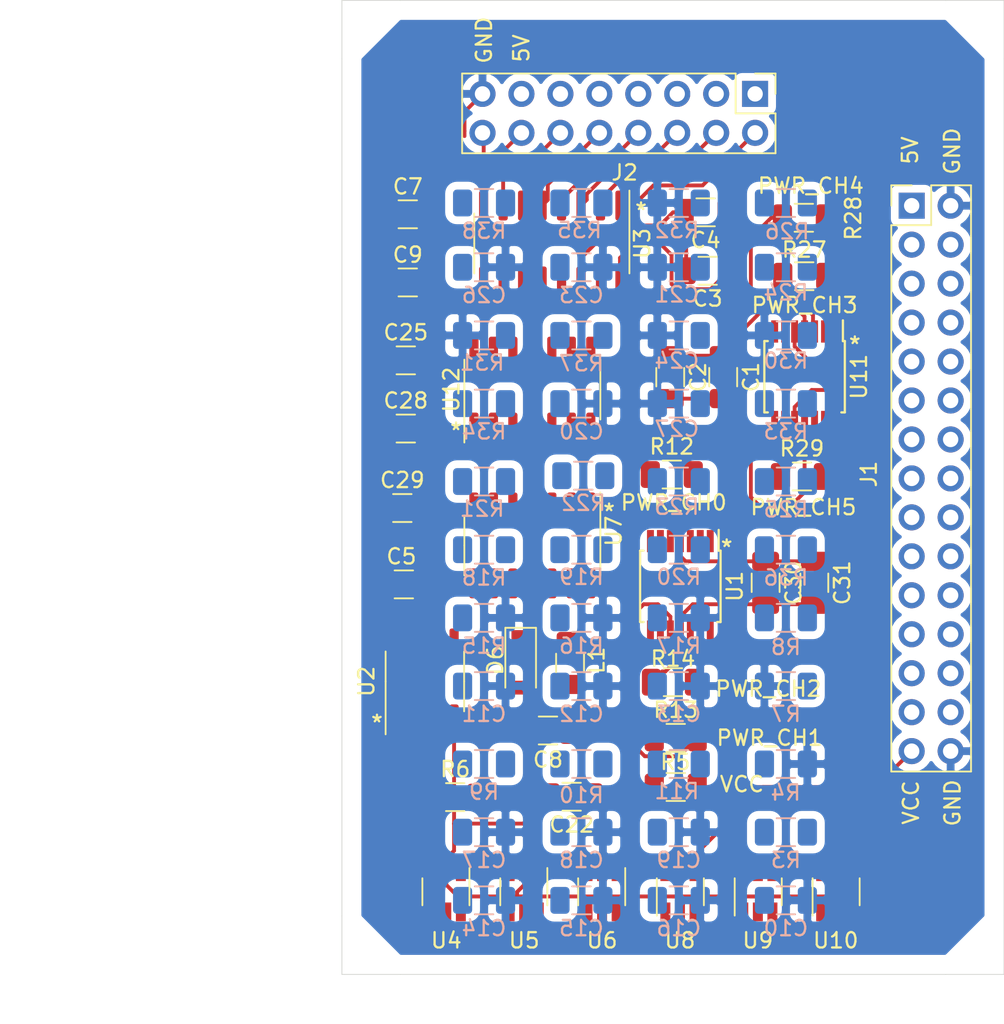
<source format=kicad_pcb>
(kicad_pcb (version 20171130) (host pcbnew "(5.1.4)-1")
  (layers (0 F.Cu signal) (31 B.Cu signal hide) (34 B.Paste user) (35 F.Paste user hide) (36 B.SilkS user) (37 F.SilkS user hide) (38 B.Mask user) (39 F.Mask user hide) (44 Edge.Cuts user))
  (net 0 "")
  (net 1 GND)
  (net 2 +5V)
  (net 3 "Net-(C8-Pad1)")
  (net 4 VCC)
  (net 5 "Net-(C14-Pad1)")
  (net 6 "Net-(C15-Pad1)")
  (net 7 "Net-(C16-Pad1)")
  (net 8 "Net-(C17-Pad1)")
  (net 9 "Net-(C18-Pad1)")
  (net 10 "Net-(C19-Pad1)")
  (net 11 "Net-(C23-Pad1)")
  (net 12 "Net-(C24-Pad1)")
  (net 13 "Net-(C25-Pad1)")
  (net 14 "Net-(C26-Pad1)")
  (net 15 "Net-(C27-Pad1)")
  (net 16 "Net-(C28-Pad1)")
  (net 17 "Net-(D6-Pad1)")
  (net 18 "Net-(R5-Pad2)")
  (net 19 "Net-(R6-Pad2)")
  (net 20 "Net-(R7-Pad2)")
  (net 21 "Net-(R9-Pad2)")
  (net 22 "Net-(R10-Pad2)")
  (net 23 "Net-(R11-Pad2)")
  (net 24 "Net-(R15-Pad1)")
  (net 25 "Net-(R16-Pad1)")
  (net 26 "Net-(R17-Pad1)")
  (net 27 "Net-(R24-Pad2)")
  (net 28 "Net-(R25-Pad2)")
  (net 29 "Net-(R26-Pad2)")
  (net 30 "Net-(R30-Pad1)")
  (net 31 "Net-(R31-Pad1)")
  (net 32 "Net-(R32-Pad1)")
  (net 33 "Net-(J1-Pad28)")
  (net 34 "Net-(J1-Pad27)")
  (net 35 "Net-(J1-Pad26)")
  (net 36 PWR_CH3_CURR_OVLD)
  (net 37 PWR_CH5_CURR_OVLD)
  (net 38 PWR_CH3_EN)
  (net 39 PWR_CH5_EN)
  (net 40 PWR_CH2_CURR_OVLD)
  (net 41 PWR_CH4_CURR_OVLD)
  (net 42 PWR_CH2_EN)
  (net 43 PWR_CH4_EN)
  (net 44 PWR_CH1_CURR_OVLD)
  (net 45 "Net-(J1-Pad12)")
  (net 46 MCP_CS)
  (net 47 PWR_CH1_EN)
  (net 48 MCP_D_IN)
  (net 49 PWR_CH0_CURR_OVLD)
  (net 50 MCP_D_OUT)
  (net 51 MCP_CLK)
  (net 52 PWR_CH0_EN)
  (net 53 VCC_SENS)
  (net 54 PWR_CH0_OUT)
  (net 55 PWR_CH1_OUT)
  (net 56 PWR_CH2_OUT)
  (net 57 PWR_CH3_OUT)
  (net 58 PWR_CH4_OUT)
  (net 59 PWR_CH5_OUT)
  (net 60 PWR_CH2_CURR_SENS)
  (net 61 PWR_CH1_CURR_SENS)
  (net 62 PWR_CH0_CURR_SENS)
  (net 63 VCC_CURR_SENS)
  (net 64 PWR_CH5_CURR_SENS)
  (net 65 PWR_CH4_CURR_SENS)
  (net 66 PWR_CH3_CURR_SENS)
  (module Capacitor_SMD:C_1206_3216Metric (layer F.Cu) (at 105.7656 48.8696)
    (fp_text reference C25 (at 0 -1.82) (layer F.SilkS))
    (fp_text value 6.8nF)
    (pad 2 smd roundrect (at 1.4 0) (size 1.25 1.75) (layers F.Cu F.Paste F.Mask) (roundrect_rratio 0.2) (net 1 GND))
    (pad 1 smd roundrect (at -1.4 0) (size 1.25 1.75) (layers F.Cu F.Paste F.Mask) (roundrect_rratio 0.2) (net 13 "Net-(C25-Pad1)"))
  )
  (module Capacitor_SMD:C_1206_3216Metric (layer F.Cu) (at 105.8956 43.7896 180)
    (fp_text reference C9 (at 0.003 1.8034) (layer F.SilkS))
    (fp_text value .1uF)
    (pad 2 smd roundrect (at 1.4 0 180) (size 1.25 1.75) (layers F.Cu F.Paste F.Mask) (roundrect_rratio 0.2) (net 1 GND))
    (pad 1 smd roundrect (at -1.4 0 180) (size 1.25 1.75) (layers F.Cu F.Paste F.Mask) (roundrect_rratio 0.2) (net 2 +5V))
  )
  (module Connector_PinHeader_2.54mm:PinHeader_2x08_P2.54mm_Vertical (layer F.Cu) (at 128.5494 31.496 270)
    (fp_text reference J2 (at 5.1308 8.509 180) (layer F.SilkS))
    (fp_text value Conn_02x08_Odd_Even)
    (pad 16 thru_hole oval (at 2.54 17.78 270) (size 1.7 1.7) (drill 1) (layers *.Cu *.Mask) (net 64 PWR_CH5_CURR_SENS))
    (pad 15 thru_hole oval (at 0 17.78 270) (size 1.7 1.7) (drill 1) (layers *.Cu *.Mask) (net 1 GND))
    (pad 14 thru_hole oval (at 2.54 15.24 270) (size 1.7 1.7) (drill 1) (layers *.Cu *.Mask) (net 65 PWR_CH4_CURR_SENS))
    (pad 13 thru_hole oval (at 0 15.24 270) (size 1.7 1.7) (drill 1) (layers *.Cu *.Mask) (net 2 +5V))
    (pad 12 thru_hole oval (at 2.54 12.7 270) (size 1.7 1.7) (drill 1) (layers *.Cu *.Mask) (net 66 PWR_CH3_CURR_SENS))
    (pad 11 thru_hole oval (at 0 12.7 270) (size 1.7 1.7) (drill 1) (layers *.Cu *.Mask) (net 59 PWR_CH5_OUT))
    (pad 10 thru_hole oval (at 2.54 10.16 270) (size 1.7 1.7) (drill 1) (layers *.Cu *.Mask) (net 60 PWR_CH2_CURR_SENS))
    (pad 9 thru_hole oval (at 0 10.16 270) (size 1.7 1.7) (drill 1) (layers *.Cu *.Mask) (net 58 PWR_CH4_OUT))
    (pad 8 thru_hole oval (at 2.54 7.62 270) (size 1.7 1.7) (drill 1) (layers *.Cu *.Mask) (net 61 PWR_CH1_CURR_SENS))
    (pad 7 thru_hole oval (at 0 7.62 270) (size 1.7 1.7) (drill 1) (layers *.Cu *.Mask) (net 57 PWR_CH3_OUT))
    (pad 6 thru_hole oval (at 2.54 5.08 270) (size 1.7 1.7) (drill 1) (layers *.Cu *.Mask) (net 62 PWR_CH0_CURR_SENS))
    (pad 5 thru_hole oval (at 0 5.08 270) (size 1.7 1.7) (drill 1) (layers *.Cu *.Mask) (net 56 PWR_CH2_OUT))
    (pad 4 thru_hole oval (at 2.54 2.54 270) (size 1.7 1.7) (drill 1) (layers *.Cu *.Mask) (net 63 VCC_CURR_SENS))
    (pad 3 thru_hole oval (at 0 2.54 270) (size 1.7 1.7) (drill 1) (layers *.Cu *.Mask) (net 55 PWR_CH1_OUT))
    (pad 2 thru_hole oval (at 2.54 0 270) (size 1.7 1.7) (drill 1) (layers *.Cu *.Mask) (net 53 VCC_SENS))
    (pad 1 thru_hole rect (at 0 0 270) (size 1.7 1.7) (drill 1) (layers *.Cu *.Mask) (net 54 PWR_CH0_OUT))
  )
  (module Connector_PinHeader_2.54mm:PinHeader_2x15_P2.54mm_Vertical (layer F.Cu) (at 138.7602 38.7858)
    (fp_text reference J1 (at -2.794 17.5006 90) (layer F.SilkS))
    (fp_text value Conn_02x15_Odd_Even)
    (pad 30 thru_hole oval (at 2.54 35.56) (size 1.7 1.7) (drill 1) (layers *.Cu *.Mask) (net 1 GND))
    (pad 29 thru_hole oval (at 0 35.56) (size 1.7 1.7) (drill 1) (layers *.Cu *.Mask) (net 4 VCC))
    (pad 28 thru_hole oval (at 2.54 33.02) (size 1.7 1.7) (drill 1) (layers *.Cu *.Mask) (net 33 "Net-(J1-Pad28)"))
    (pad 27 thru_hole oval (at 0 33.02) (size 1.7 1.7) (drill 1) (layers *.Cu *.Mask) (net 34 "Net-(J1-Pad27)"))
    (pad 26 thru_hole oval (at 2.54 30.48) (size 1.7 1.7) (drill 1) (layers *.Cu *.Mask) (net 35 "Net-(J1-Pad26)"))
    (pad 25 thru_hole oval (at 0 30.48) (size 1.7 1.7) (drill 1) (layers *.Cu *.Mask) (net 36 PWR_CH3_CURR_OVLD))
    (pad 24 thru_hole oval (at 2.54 27.94) (size 1.7 1.7) (drill 1) (layers *.Cu *.Mask) (net 37 PWR_CH5_CURR_OVLD))
    (pad 23 thru_hole oval (at 0 27.94) (size 1.7 1.7) (drill 1) (layers *.Cu *.Mask) (net 2 +5V))
    (pad 22 thru_hole oval (at 2.54 25.4) (size 1.7 1.7) (drill 1) (layers *.Cu *.Mask) (net 2 +5V))
    (pad 21 thru_hole oval (at 0 25.4) (size 1.7 1.7) (drill 1) (layers *.Cu *.Mask) (net 38 PWR_CH3_EN))
    (pad 20 thru_hole oval (at 2.54 22.86) (size 1.7 1.7) (drill 1) (layers *.Cu *.Mask) (net 39 PWR_CH5_EN))
    (pad 19 thru_hole oval (at 0 22.86) (size 1.7 1.7) (drill 1) (layers *.Cu *.Mask) (net 40 PWR_CH2_CURR_OVLD))
    (pad 18 thru_hole oval (at 2.54 20.32) (size 1.7 1.7) (drill 1) (layers *.Cu *.Mask) (net 41 PWR_CH4_CURR_OVLD))
    (pad 17 thru_hole oval (at 0 20.32) (size 1.7 1.7) (drill 1) (layers *.Cu *.Mask) (net 2 +5V))
    (pad 16 thru_hole oval (at 2.54 17.78) (size 1.7 1.7) (drill 1) (layers *.Cu *.Mask) (net 2 +5V))
    (pad 15 thru_hole oval (at 0 17.78) (size 1.7 1.7) (drill 1) (layers *.Cu *.Mask) (net 42 PWR_CH2_EN))
    (pad 14 thru_hole oval (at 2.54 15.24) (size 1.7 1.7) (drill 1) (layers *.Cu *.Mask) (net 43 PWR_CH4_EN))
    (pad 13 thru_hole oval (at 0 15.24) (size 1.7 1.7) (drill 1) (layers *.Cu *.Mask) (net 44 PWR_CH1_CURR_OVLD))
    (pad 12 thru_hole oval (at 2.54 12.7) (size 1.7 1.7) (drill 1) (layers *.Cu *.Mask) (net 45 "Net-(J1-Pad12)"))
    (pad 11 thru_hole oval (at 0 12.7) (size 1.7 1.7) (drill 1) (layers *.Cu *.Mask) (net 2 +5V))
    (pad 10 thru_hole oval (at 2.54 10.16) (size 1.7 1.7) (drill 1) (layers *.Cu *.Mask) (net 46 MCP_CS))
    (pad 9 thru_hole oval (at 0 10.16) (size 1.7 1.7) (drill 1) (layers *.Cu *.Mask) (net 47 PWR_CH1_EN))
    (pad 8 thru_hole oval (at 2.54 7.62) (size 1.7 1.7) (drill 1) (layers *.Cu *.Mask) (net 48 MCP_D_IN))
    (pad 7 thru_hole oval (at 0 7.62) (size 1.7 1.7) (drill 1) (layers *.Cu *.Mask) (net 49 PWR_CH0_CURR_OVLD))
    (pad 6 thru_hole oval (at 2.54 5.08) (size 1.7 1.7) (drill 1) (layers *.Cu *.Mask) (net 50 MCP_D_OUT))
    (pad 5 thru_hole oval (at 0 5.08) (size 1.7 1.7) (drill 1) (layers *.Cu *.Mask) (net 2 +5V))
    (pad 4 thru_hole oval (at 2.54 2.54) (size 1.7 1.7) (drill 1) (layers *.Cu *.Mask) (net 51 MCP_CLK))
    (pad 3 thru_hole oval (at 0 2.54) (size 1.7 1.7) (drill 1) (layers *.Cu *.Mask) (net 52 PWR_CH0_EN))
    (pad 2 thru_hole oval (at 2.54 0) (size 1.7 1.7) (drill 1) (layers *.Cu *.Mask) (net 1 GND))
    (pad 1 thru_hole rect (at 0 0) (size 1.7 1.7) (drill 1) (layers *.Cu *.Mask) (net 2 +5V))
  )
  (module Diode_SMD:D_SOD-123 (layer F.Cu) (at 113.2586 68.5556 270)
    (fp_text reference D6 (at -0.128 1.651 270) (layer F.SilkS))
    (fp_text value 1N5819)
    (pad 2 smd rect (at 1.65 0 270) (size 0.9 1.2) (layers F.Cu F.Paste F.Mask) (net 1 GND))
    (pad 1 smd rect (at -1.65 0 270) (size 0.9 1.2) (layers F.Cu F.Paste F.Mask) (net 17 "Net-(D6-Pad1)"))
  )
  (module Package_SO:SOIC-14_3.9x8.7mm_P1.27mm (layer F.Cu) (at 114.0206 50.7746 90)
    (fp_text reference U12 (at 0 -5.28 90) (layer F.SilkS))
    (fp_text value LM339)
    (pad 14 smd roundrect (at 2.475 -3.81 90) (size 1.95 0.6) (layers F.Cu F.Paste F.Mask))
    (pad 13 smd roundrect (at 2.475 -2.54 90) (size 1.95 0.6) (layers F.Cu F.Paste F.Mask))
    (pad 12 smd roundrect (at 2.475 -1.27 90) (size 1.95 0.6) (layers F.Cu F.Paste F.Mask) (net 1 GND))
    (pad 11 smd roundrect (at 2.475 0 90) (size 1.95 0.6) (layers F.Cu F.Paste F.Mask))
    (pad 10 smd roundrect (at 2.475 1.27 90) (size 1.95 0.6) (layers F.Cu F.Paste F.Mask))
    (pad 9 smd roundrect (at 2.475 2.54 90) (size 1.95 0.6) (layers F.Cu F.Paste F.Mask))
    (pad 8 smd roundrect (at 2.475 3.81 90) (size 1.95 0.6) (layers F.Cu F.Paste F.Mask))
    (pad 7 smd roundrect (at -2.475 3.81 90) (size 1.95 0.6) (layers F.Cu F.Paste F.Mask) (net 32 "Net-(R32-Pad1)"))
    (pad 6 smd roundrect (at -2.475 2.54 90) (size 1.95 0.6) (layers F.Cu F.Paste F.Mask) (net 64 PWR_CH5_CURR_SENS))
    (pad 5 smd roundrect (at -2.475 1.27 90) (size 1.95 0.6) (layers F.Cu F.Paste F.Mask) (net 31 "Net-(R31-Pad1)"))
    (pad 4 smd roundrect (at -2.475 0 90) (size 1.95 0.6) (layers F.Cu F.Paste F.Mask) (net 65 PWR_CH4_CURR_SENS))
    (pad 3 smd roundrect (at -2.475 -1.27 90) (size 1.95 0.6) (layers F.Cu F.Paste F.Mask) (net 2 +5V))
    (pad 2 smd roundrect (at -2.475 -2.54 90) (size 1.95 0.6) (layers F.Cu F.Paste F.Mask) (net 41 PWR_CH4_CURR_OVLD))
    (pad 1 smd roundrect (at -2.475 -3.81 90) (size 1.95 0.6) (layers F.Cu F.Paste F.Mask) (net 37 PWR_CH5_CURR_OVLD))
  )
  (module Package_SO:TSSOP-14_4.4x5mm_P0.65mm (layer F.Cu) (at 131.7752 49.9364 270)
    (fp_text reference U11 (at 0 -3.55 270) (layer F.SilkS))
    (fp_text value INA4180)
    (pad 14 smd rect (at 2.95 -1.95 270) (size 1.45 0.45) (layers F.Cu F.Paste F.Mask))
    (pad 13 smd rect (at 2.95 -1.3 270) (size 1.45 0.45) (layers F.Cu F.Paste F.Mask))
    (pad 12 smd rect (at 2.95 -0.65 270) (size 1.45 0.45) (layers F.Cu F.Paste F.Mask))
    (pad 11 smd rect (at 2.95 0 270) (size 1.45 0.45) (layers F.Cu F.Paste F.Mask) (net 1 GND))
    (pad 10 smd rect (at 2.95 0.65 270) (size 1.45 0.45) (layers F.Cu F.Paste F.Mask) (net 16 "Net-(C28-Pad1)"))
    (pad 9 smd rect (at 2.95 1.3 270) (size 1.45 0.45) (layers F.Cu F.Paste F.Mask) (net 59 PWR_CH5_OUT))
    (pad 8 smd rect (at 2.95 1.95 270) (size 1.45 0.45) (layers F.Cu F.Paste F.Mask) (net 64 PWR_CH5_CURR_SENS))
    (pad 7 smd rect (at -2.95 1.95 270) (size 1.45 0.45) (layers F.Cu F.Paste F.Mask) (net 65 PWR_CH4_CURR_SENS))
    (pad 6 smd rect (at -2.95 1.3 270) (size 1.45 0.45) (layers F.Cu F.Paste F.Mask) (net 58 PWR_CH4_OUT))
    (pad 5 smd rect (at -2.95 0.65 270) (size 1.45 0.45) (layers F.Cu F.Paste F.Mask) (net 15 "Net-(C27-Pad1)"))
    (pad 4 smd rect (at -2.95 0 270) (size 1.45 0.45) (layers F.Cu F.Paste F.Mask) (net 2 +5V))
    (pad 3 smd rect (at -2.95 -0.65 270) (size 1.45 0.45) (layers F.Cu F.Paste F.Mask) (net 14 "Net-(C26-Pad1)"))
    (pad 2 smd rect (at -2.95 -1.3 270) (size 1.45 0.45) (layers F.Cu F.Paste F.Mask) (net 57 PWR_CH3_OUT))
    (pad 1 smd rect (at -2.95 -1.95 270) (size 1.45 0.45) (layers F.Cu F.Paste F.Mask) (net 66 PWR_CH3_CURR_SENS))
  )
  (module Package_TO_SOT_SMD:TSOT-23-6 (layer F.Cu) (at 133.8072 83.5152 90)
    (fp_text reference U10 (at -3.175 0) (layer F.SilkS))
    (fp_text value TPS22810)
    (pad 6 smd rect (at 1.31 -0.95 90) (size 1.22 0.65) (layers F.Cu F.Paste F.Mask) (net 16 "Net-(C28-Pad1)"))
    (pad 5 smd rect (at 1.31 0 90) (size 1.22 0.65) (layers F.Cu F.Paste F.Mask) (net 29 "Net-(R26-Pad2)"))
    (pad 4 smd rect (at 1.31 0.95 90) (size 1.22 0.65) (layers F.Cu F.Paste F.Mask) (net 13 "Net-(C25-Pad1)"))
    (pad 3 smd rect (at -1.31 0.95 90) (size 1.22 0.65) (layers F.Cu F.Paste F.Mask) (net 39 PWR_CH5_EN))
    (pad 2 smd rect (at -1.31 0 90) (size 1.22 0.65) (layers F.Cu F.Paste F.Mask) (net 1 GND))
    (pad 1 smd rect (at -1.31 -0.95 90) (size 1.22 0.65) (layers F.Cu F.Paste F.Mask) (net 2 +5V))
  )
  (module Package_TO_SOT_SMD:TSOT-23-6 (layer F.Cu) (at 128.7272 83.5152 90)
    (fp_text reference U9 (at -3.175 0 180) (layer F.SilkS))
    (fp_text value TPS22810)
    (pad 6 smd rect (at 1.31 -0.95 90) (size 1.22 0.65) (layers F.Cu F.Paste F.Mask) (net 15 "Net-(C27-Pad1)"))
    (pad 5 smd rect (at 1.31 0 90) (size 1.22 0.65) (layers F.Cu F.Paste F.Mask) (net 28 "Net-(R25-Pad2)"))
    (pad 4 smd rect (at 1.31 0.95 90) (size 1.22 0.65) (layers F.Cu F.Paste F.Mask) (net 12 "Net-(C24-Pad1)"))
    (pad 3 smd rect (at -1.31 0.95 90) (size 1.22 0.65) (layers F.Cu F.Paste F.Mask) (net 43 PWR_CH4_EN))
    (pad 2 smd rect (at -1.31 0 90) (size 1.22 0.65) (layers F.Cu F.Paste F.Mask) (net 1 GND))
    (pad 1 smd rect (at -1.31 -0.95 90) (size 1.22 0.65) (layers F.Cu F.Paste F.Mask) (net 2 +5V))
  )
  (module Package_TO_SOT_SMD:TSOT-23-6 (layer F.Cu) (at 123.6472 83.5152 90)
    (fp_text reference U8 (at -3.175 0 180) (layer F.SilkS))
    (fp_text value TPS22810)
    (pad 6 smd rect (at 1.31 -0.95 90) (size 1.22 0.65) (layers F.Cu F.Paste F.Mask) (net 14 "Net-(C26-Pad1)"))
    (pad 5 smd rect (at 1.31 0 90) (size 1.22 0.65) (layers F.Cu F.Paste F.Mask) (net 27 "Net-(R24-Pad2)"))
    (pad 4 smd rect (at 1.31 0.95 90) (size 1.22 0.65) (layers F.Cu F.Paste F.Mask) (net 11 "Net-(C23-Pad1)"))
    (pad 3 smd rect (at -1.31 0.95 90) (size 1.22 0.65) (layers F.Cu F.Paste F.Mask) (net 38 PWR_CH3_EN))
    (pad 2 smd rect (at -1.31 0 90) (size 1.22 0.65) (layers F.Cu F.Paste F.Mask) (net 1 GND))
    (pad 1 smd rect (at -1.31 -0.95 90) (size 1.22 0.65) (layers F.Cu F.Paste F.Mask) (net 2 +5V))
  )
  (module Package_SO:SOIC-14_3.9x8.7mm_P1.27mm (layer F.Cu) (at 114.0206 60.9346 270)
    (fp_text reference U7 (at -0.9398 -5.3086 90) (layer F.SilkS))
    (fp_text value LM339)
    (pad 14 smd roundrect (at 2.475 -3.81 270) (size 1.95 0.6) (layers F.Cu F.Paste F.Mask) (net 36 PWR_CH3_CURR_OVLD))
    (pad 13 smd roundrect (at 2.475 -2.54 270) (size 1.95 0.6) (layers F.Cu F.Paste F.Mask) (net 40 PWR_CH2_CURR_OVLD))
    (pad 12 smd roundrect (at 2.475 -1.27 270) (size 1.95 0.6) (layers F.Cu F.Paste F.Mask) (net 1 GND))
    (pad 11 smd roundrect (at 2.475 0 270) (size 1.95 0.6) (layers F.Cu F.Paste F.Mask) (net 26 "Net-(R17-Pad1)"))
    (pad 10 smd roundrect (at 2.475 1.27 270) (size 1.95 0.6) (layers F.Cu F.Paste F.Mask) (net 60 PWR_CH2_CURR_SENS))
    (pad 9 smd roundrect (at 2.475 2.54 270) (size 1.95 0.6) (layers F.Cu F.Paste F.Mask) (net 30 "Net-(R30-Pad1)"))
    (pad 8 smd roundrect (at 2.475 3.81 270) (size 1.95 0.6) (layers F.Cu F.Paste F.Mask) (net 66 PWR_CH3_CURR_SENS))
    (pad 7 smd roundrect (at -2.475 3.81 270) (size 1.95 0.6) (layers F.Cu F.Paste F.Mask) (net 25 "Net-(R16-Pad1)"))
    (pad 6 smd roundrect (at -2.475 2.54 270) (size 1.95 0.6) (layers F.Cu F.Paste F.Mask) (net 61 PWR_CH1_CURR_SENS))
    (pad 5 smd roundrect (at -2.475 1.27 270) (size 1.95 0.6) (layers F.Cu F.Paste F.Mask) (net 24 "Net-(R15-Pad1)"))
    (pad 4 smd roundrect (at -2.475 0 270) (size 1.95 0.6) (layers F.Cu F.Paste F.Mask) (net 62 PWR_CH0_CURR_SENS))
    (pad 3 smd roundrect (at -2.475 -1.27 270) (size 1.95 0.6) (layers F.Cu F.Paste F.Mask) (net 2 +5V))
    (pad 2 smd roundrect (at -2.475 -2.54 270) (size 1.95 0.6) (layers F.Cu F.Paste F.Mask) (net 49 PWR_CH0_CURR_OVLD))
    (pad 1 smd roundrect (at -2.475 -3.81 270) (size 1.95 0.6) (layers F.Cu F.Paste F.Mask) (net 44 PWR_CH1_CURR_OVLD))
  )
  (module Package_TO_SOT_SMD:TSOT-23-6 (layer F.Cu) (at 118.5672 83.5152 270)
    (fp_text reference U6 (at 3.175 0 180) (layer F.SilkS))
    (fp_text value TPS22810)
    (pad 6 smd rect (at 1.31 -0.95 270) (size 1.22 0.65) (layers F.Cu F.Paste F.Mask) (net 10 "Net-(C19-Pad1)"))
    (pad 5 smd rect (at 1.31 0 270) (size 1.22 0.65) (layers F.Cu F.Paste F.Mask) (net 23 "Net-(R11-Pad2)"))
    (pad 4 smd rect (at 1.31 0.95 270) (size 1.22 0.65) (layers F.Cu F.Paste F.Mask) (net 7 "Net-(C16-Pad1)"))
    (pad 3 smd rect (at -1.31 0.95 270) (size 1.22 0.65) (layers F.Cu F.Paste F.Mask) (net 42 PWR_CH2_EN))
    (pad 2 smd rect (at -1.31 0 270) (size 1.22 0.65) (layers F.Cu F.Paste F.Mask) (net 1 GND))
    (pad 1 smd rect (at -1.31 -0.95 270) (size 1.22 0.65) (layers F.Cu F.Paste F.Mask) (net 4 VCC))
  )
  (module Package_TO_SOT_SMD:TSOT-23-6 (layer F.Cu) (at 113.4872 83.5152 270)
    (fp_text reference U5 (at 3.175 0 180) (layer F.SilkS))
    (fp_text value TPS22810)
    (pad 6 smd rect (at 1.31 -0.95 270) (size 1.22 0.65) (layers F.Cu F.Paste F.Mask) (net 9 "Net-(C18-Pad1)"))
    (pad 5 smd rect (at 1.31 0 270) (size 1.22 0.65) (layers F.Cu F.Paste F.Mask) (net 22 "Net-(R10-Pad2)"))
    (pad 4 smd rect (at 1.31 0.95 270) (size 1.22 0.65) (layers F.Cu F.Paste F.Mask) (net 6 "Net-(C15-Pad1)"))
    (pad 3 smd rect (at -1.31 0.95 270) (size 1.22 0.65) (layers F.Cu F.Paste F.Mask) (net 47 PWR_CH1_EN))
    (pad 2 smd rect (at -1.31 0 270) (size 1.22 0.65) (layers F.Cu F.Paste F.Mask) (net 1 GND))
    (pad 1 smd rect (at -1.31 -0.95 270) (size 1.22 0.65) (layers F.Cu F.Paste F.Mask) (net 4 VCC))
  )
  (module Package_TO_SOT_SMD:TSOT-23-6 (layer F.Cu) (at 108.4072 83.5152 270)
    (fp_text reference U4 (at 3.175 0) (layer F.SilkS))
    (fp_text value TPS22810)
    (pad 6 smd rect (at 1.31 -0.95 270) (size 1.22 0.65) (layers F.Cu F.Paste F.Mask) (net 8 "Net-(C17-Pad1)"))
    (pad 5 smd rect (at 1.31 0 270) (size 1.22 0.65) (layers F.Cu F.Paste F.Mask) (net 21 "Net-(R9-Pad2)"))
    (pad 4 smd rect (at 1.31 0.95 270) (size 1.22 0.65) (layers F.Cu F.Paste F.Mask) (net 5 "Net-(C14-Pad1)"))
    (pad 3 smd rect (at -1.31 0.95 270) (size 1.22 0.65) (layers F.Cu F.Paste F.Mask) (net 52 PWR_CH0_EN))
    (pad 2 smd rect (at -1.31 0 270) (size 1.22 0.65) (layers F.Cu F.Paste F.Mask) (net 1 GND))
    (pad 1 smd rect (at -1.31 -0.95 270) (size 1.22 0.65) (layers F.Cu F.Paste F.Mask) (net 4 VCC))
  )
  (module Package_SO:SOIC-16_3.9x9.9mm_P1.27mm (layer F.Cu) (at 115.2906 41.2496 270)
    (fp_text reference U3 (at 0 -5.9 90) (layer F.SilkS))
    (fp_text value MCP3008)
    (pad 16 smd roundrect (at 2.475 -4.445 270) (size 1.95 0.6) (layers F.Cu F.Paste F.Mask) (net 2 +5V))
    (pad 15 smd roundrect (at 2.475 -3.175 270) (size 1.95 0.6) (layers F.Cu F.Paste F.Mask) (net 2 +5V))
    (pad 14 smd roundrect (at 2.475 -1.905 270) (size 1.95 0.6) (layers F.Cu F.Paste F.Mask) (net 1 GND))
    (pad 13 smd roundrect (at 2.475 -0.635 270) (size 1.95 0.6) (layers F.Cu F.Paste F.Mask) (net 51 MCP_CLK))
    (pad 12 smd roundrect (at 2.475 0.635 270) (size 1.95 0.6) (layers F.Cu F.Paste F.Mask) (net 50 MCP_D_OUT))
    (pad 11 smd roundrect (at 2.475 1.905 270) (size 1.95 0.6) (layers F.Cu F.Paste F.Mask) (net 48 MCP_D_IN))
    (pad 10 smd roundrect (at 2.475 3.175 270) (size 1.95 0.6) (layers F.Cu F.Paste F.Mask) (net 46 MCP_CS))
    (pad 9 smd roundrect (at 2.475 4.445 270) (size 1.95 0.6) (layers F.Cu F.Paste F.Mask) (net 1 GND))
    (pad 8 smd roundrect (at -2.475 4.445 270) (size 1.95 0.6) (layers F.Cu F.Paste F.Mask) (net 64 PWR_CH5_CURR_SENS))
    (pad 7 smd roundrect (at -2.475 3.175 270) (size 1.95 0.6) (layers F.Cu F.Paste F.Mask) (net 65 PWR_CH4_CURR_SENS))
    (pad 6 smd roundrect (at -2.475 1.905 270) (size 1.95 0.6) (layers F.Cu F.Paste F.Mask) (net 66 PWR_CH3_CURR_SENS))
    (pad 5 smd roundrect (at -2.475 0.635 270) (size 1.95 0.6) (layers F.Cu F.Paste F.Mask) (net 60 PWR_CH2_CURR_SENS))
    (pad 4 smd roundrect (at -2.475 -0.635 270) (size 1.95 0.6) (layers F.Cu F.Paste F.Mask) (net 61 PWR_CH1_CURR_SENS))
    (pad 3 smd roundrect (at -2.475 -1.905 270) (size 1.95 0.6) (layers F.Cu F.Paste F.Mask) (net 62 PWR_CH0_CURR_SENS))
    (pad 2 smd roundrect (at -2.475 -3.175 270) (size 1.95 0.6) (layers F.Cu F.Paste F.Mask) (net 63 VCC_CURR_SENS))
    (pad 1 smd roundrect (at -2.475 -4.445 270) (size 1.95 0.6) (layers F.Cu F.Paste F.Mask) (net 53 VCC_SENS))
  )
  (module Package_SO:SOIC-8_3.9x4.9mm_P1.27mm (layer F.Cu) (at 107.0102 69.7992 90)
    (fp_text reference U2 (at 0 -3.81 270) (layer F.SilkS))
    (fp_text value MC33063)
    (pad 8 smd roundrect (at 2.475 -1.905 90) (size 1.95 0.6) (layers F.Cu F.Paste F.Mask) (net 18 "Net-(R5-Pad2)"))
    (pad 7 smd roundrect (at 2.475 -0.635 90) (size 1.95 0.6) (layers F.Cu F.Paste F.Mask) (net 19 "Net-(R6-Pad2)"))
    (pad 6 smd roundrect (at 2.475 0.635 90) (size 1.95 0.6) (layers F.Cu F.Paste F.Mask) (net 18 "Net-(R5-Pad2)"))
    (pad 5 smd roundrect (at 2.475 1.905 90) (size 1.95 0.6) (layers F.Cu F.Paste F.Mask) (net 20 "Net-(R7-Pad2)"))
    (pad 4 smd roundrect (at -2.475 1.905 90) (size 1.95 0.6) (layers F.Cu F.Paste F.Mask) (net 1 GND))
    (pad 3 smd roundrect (at -2.475 0.635 90) (size 1.95 0.6) (layers F.Cu F.Paste F.Mask) (net 3 "Net-(C8-Pad1)"))
    (pad 2 smd roundrect (at -2.475 -0.635 90) (size 1.95 0.6) (layers F.Cu F.Paste F.Mask) (net 17 "Net-(D6-Pad1)"))
    (pad 1 smd roundrect (at -2.475 -1.905 90) (size 1.95 0.6) (layers F.Cu F.Paste F.Mask) (net 18 "Net-(R5-Pad2)"))
  )
  (module Package_SO:TSSOP-14_4.4x5mm_P0.65mm (layer F.Cu) (at 123.6726 63.6016 270)
    (fp_text reference U1 (at 0 -3.55 90) (layer F.SilkS))
    (fp_text value INA4180)
    (pad 14 smd rect (at 2.95 -1.95 270) (size 1.45 0.45) (layers F.Cu F.Paste F.Mask) (net 60 PWR_CH2_CURR_SENS))
    (pad 13 smd rect (at 2.95 -1.3 270) (size 1.45 0.45) (layers F.Cu F.Paste F.Mask) (net 56 PWR_CH2_OUT))
    (pad 12 smd rect (at 2.95 -0.65 270) (size 1.45 0.45) (layers F.Cu F.Paste F.Mask) (net 10 "Net-(C19-Pad1)"))
    (pad 11 smd rect (at 2.95 0 270) (size 1.45 0.45) (layers F.Cu F.Paste F.Mask) (net 1 GND))
    (pad 10 smd rect (at 2.95 0.65 270) (size 1.45 0.45) (layers F.Cu F.Paste F.Mask) (net 9 "Net-(C18-Pad1)"))
    (pad 9 smd rect (at 2.95 1.3 270) (size 1.45 0.45) (layers F.Cu F.Paste F.Mask) (net 55 PWR_CH1_OUT))
    (pad 8 smd rect (at 2.95 1.95 270) (size 1.45 0.45) (layers F.Cu F.Paste F.Mask) (net 61 PWR_CH1_CURR_SENS))
    (pad 7 smd rect (at -2.95 1.95 270) (size 1.45 0.45) (layers F.Cu F.Paste F.Mask) (net 62 PWR_CH0_CURR_SENS))
    (pad 6 smd rect (at -2.95 1.3 270) (size 1.45 0.45) (layers F.Cu F.Paste F.Mask) (net 54 PWR_CH0_OUT))
    (pad 5 smd rect (at -2.95 0.65 270) (size 1.45 0.45) (layers F.Cu F.Paste F.Mask) (net 8 "Net-(C17-Pad1)"))
    (pad 4 smd rect (at -2.95 0 270) (size 1.45 0.45) (layers F.Cu F.Paste F.Mask) (net 2 +5V))
    (pad 3 smd rect (at -2.95 -0.65 270) (size 1.45 0.45) (layers F.Cu F.Paste F.Mask) (net 4 VCC))
    (pad 2 smd rect (at -2.95 -1.3 270) (size 1.45 0.45) (layers F.Cu F.Paste F.Mask) (net 18 "Net-(R5-Pad2)"))
    (pad 1 smd rect (at -2.95 -1.95 270) (size 1.45 0.45) (layers F.Cu F.Paste F.Mask) (net 63 VCC_CURR_SENS))
  )
  (module Resistor_SMD:R_1206_3216Metric (layer B.Cu) (at 110.871 38.608)
    (fp_text reference R38 (at 0 1.82) (layer B.SilkS) (effects (justify mirror)))
    (fp_text value 4.7k)
    (pad 2 smd roundrect (at 1.4 0) (size 1.25 1.75) (layers B.Cu B.Paste B.Mask) (roundrect_rratio 0.2) (net 32 "Net-(R32-Pad1)"))
    (pad 1 smd roundrect (at -1.4 0) (size 1.25 1.75) (layers B.Cu B.Paste B.Mask) (roundrect_rratio 0.2) (net 37 PWR_CH5_CURR_OVLD))
  )
  (module Resistor_SMD:R_1206_3216Metric (layer B.Cu) (at 117.221 47.244)
    (fp_text reference R37 (at 0 1.82) (layer B.SilkS) (effects (justify mirror)))
    (fp_text value 4.7k)
    (pad 2 smd roundrect (at 1.4 0) (size 1.25 1.75) (layers B.Cu B.Paste B.Mask) (roundrect_rratio 0.2) (net 31 "Net-(R31-Pad1)"))
    (pad 1 smd roundrect (at -1.4 0) (size 1.25 1.75) (layers B.Cu B.Paste B.Mask) (roundrect_rratio 0.2) (net 41 PWR_CH4_CURR_OVLD))
  )
  (module Resistor_SMD:R_1206_3216Metric (layer B.Cu) (at 130.556 61.214)
    (fp_text reference R36 (at 0 1.82) (layer B.SilkS) (effects (justify mirror)))
    (fp_text value 4.7k)
    (pad 2 smd roundrect (at 1.4 0) (size 1.25 1.75) (layers B.Cu B.Paste B.Mask) (roundrect_rratio 0.2) (net 30 "Net-(R30-Pad1)"))
    (pad 1 smd roundrect (at -1.4 0) (size 1.25 1.75) (layers B.Cu B.Paste B.Mask) (roundrect_rratio 0.2) (net 36 PWR_CH3_CURR_OVLD))
  )
  (module Resistor_SMD:R_1206_3216Metric (layer B.Cu) (at 117.221 38.608 180)
    (fp_text reference R35 (at 0.127 -1.778 180) (layer B.SilkS) (effects (justify mirror)))
    (fp_text value 4.7k)
    (pad 2 smd roundrect (at 1.4 0 180) (size 1.25 1.75) (layers B.Cu B.Paste B.Mask) (roundrect_rratio 0.2) (net 32 "Net-(R32-Pad1)"))
    (pad 1 smd roundrect (at -1.4 0 180) (size 1.25 1.75) (layers B.Cu B.Paste B.Mask) (roundrect_rratio 0.2) (net 2 +5V))
  )
  (module Resistor_SMD:R_1206_3216Metric (layer B.Cu) (at 110.871 51.689)
    (fp_text reference R34 (at 0 1.82) (layer B.SilkS) (effects (justify mirror)))
    (fp_text value 4.7k)
    (pad 2 smd roundrect (at 1.4 0) (size 1.25 1.75) (layers B.Cu B.Paste B.Mask) (roundrect_rratio 0.2) (net 31 "Net-(R31-Pad1)"))
    (pad 1 smd roundrect (at -1.4 0) (size 1.25 1.75) (layers B.Cu B.Paste B.Mask) (roundrect_rratio 0.2) (net 2 +5V))
  )
  (module Resistor_SMD:R_1206_3216Metric (layer B.Cu) (at 130.556 51.689)
    (fp_text reference R33 (at 0 1.82) (layer B.SilkS) (effects (justify mirror)))
    (fp_text value 4.7k)
    (pad 2 smd roundrect (at 1.4 0) (size 1.25 1.75) (layers B.Cu B.Paste B.Mask) (roundrect_rratio 0.2) (net 30 "Net-(R30-Pad1)"))
    (pad 1 smd roundrect (at -1.4 0) (size 1.25 1.75) (layers B.Cu B.Paste B.Mask) (roundrect_rratio 0.2) (net 2 +5V))
  )
  (module Resistor_SMD:R_1206_3216Metric (layer B.Cu) (at 123.571 38.608 180)
    (fp_text reference R32 (at 0.127 -1.778 180) (layer B.SilkS) (effects (justify mirror)))
    (fp_text value 4.7k)
    (pad 2 smd roundrect (at 1.4 0 180) (size 1.25 1.75) (layers B.Cu B.Paste B.Mask) (roundrect_rratio 0.2) (net 1 GND))
    (pad 1 smd roundrect (at -1.4 0 180) (size 1.25 1.75) (layers B.Cu B.Paste B.Mask) (roundrect_rratio 0.2) (net 32 "Net-(R32-Pad1)"))
  )
  (module Resistor_SMD:R_1206_3216Metric (layer B.Cu) (at 110.871 47.244 180)
    (fp_text reference R31 (at 0.127 -1.778 180) (layer B.SilkS) (effects (justify mirror)))
    (fp_text value 4.7k)
    (pad 2 smd roundrect (at 1.4 0 180) (size 1.25 1.75) (layers B.Cu B.Paste B.Mask) (roundrect_rratio 0.2) (net 1 GND))
    (pad 1 smd roundrect (at -1.4 0 180) (size 1.25 1.75) (layers B.Cu B.Paste B.Mask) (roundrect_rratio 0.2) (net 31 "Net-(R31-Pad1)"))
  )
  (module Resistor_SMD:R_1206_3216Metric (layer B.Cu) (at 130.556 47.244 180)
    (fp_text reference R30 (at 0 -1.651) (layer B.SilkS) (effects (justify mirror)))
    (fp_text value 4.7k)
    (pad 2 smd roundrect (at 1.4 0 180) (size 1.25 1.75) (layers B.Cu B.Paste B.Mask) (roundrect_rratio 0.2) (net 1 GND))
    (pad 1 smd roundrect (at -1.4 0 180) (size 1.25 1.75) (layers B.Cu B.Paste B.Mask) (roundrect_rratio 0.2) (net 30 "Net-(R30-Pad1)"))
  )
  (module Resistor_SMD:R_1206_3216Metric (layer F.Cu) (at 131.6004 56.4388)
    (fp_text reference R29 (at 0 -1.82) (layer F.SilkS))
    (fp_text value .5)
    (pad 2 smd roundrect (at 1.4 0) (size 1.25 1.75) (layers F.Cu F.Paste F.Mask) (roundrect_rratio 0.2) (net 16 "Net-(C28-Pad1)"))
    (pad 1 smd roundrect (at -1.4 0) (size 1.25 1.75) (layers F.Cu F.Paste F.Mask) (roundrect_rratio 0.2) (net 59 PWR_CH5_OUT))
  )
  (module Resistor_SMD:R_1206_3216Metric (layer F.Cu) (at 131.7274 39.5732)
    (fp_text reference R28 (at 3.2228 0.0254 270) (layer F.SilkS))
    (fp_text value .5)
    (pad 2 smd roundrect (at 1.4 0) (size 1.25 1.75) (layers F.Cu F.Paste F.Mask) (roundrect_rratio 0.2) (net 15 "Net-(C27-Pad1)"))
    (pad 1 smd roundrect (at -1.4 0) (size 1.25 1.75) (layers F.Cu F.Paste F.Mask) (roundrect_rratio 0.2) (net 58 PWR_CH4_OUT))
  )
  (module Resistor_SMD:R_1206_3216Metric (layer F.Cu) (at 131.7528 43.3832 180)
    (fp_text reference R27 (at 0.003 1.7272) (layer F.SilkS))
    (fp_text value .5)
    (pad 2 smd roundrect (at 1.4 0 180) (size 1.25 1.75) (layers F.Cu F.Paste F.Mask) (roundrect_rratio 0.2) (net 14 "Net-(C26-Pad1)"))
    (pad 1 smd roundrect (at -1.4 0 180) (size 1.25 1.75) (layers F.Cu F.Paste F.Mask) (roundrect_rratio 0.2) (net 57 PWR_CH3_OUT))
  )
  (module Resistor_SMD:R_1206_3216Metric (layer B.Cu) (at 130.556 38.608)
    (fp_text reference R26 (at 0.078999 1.857601) (layer B.SilkS) (effects (justify mirror)))
    (fp_text value 680)
    (pad 2 smd roundrect (at 1.4 0) (size 1.25 1.75) (layers B.Cu B.Paste B.Mask) (roundrect_rratio 0.2) (net 29 "Net-(R26-Pad2)"))
    (pad 1 smd roundrect (at -1.4 0) (size 1.25 1.75) (layers B.Cu B.Paste B.Mask) (roundrect_rratio 0.2) (net 16 "Net-(C28-Pad1)"))
  )
  (module Resistor_SMD:R_1206_3216Metric (layer B.Cu) (at 130.556 56.769)
    (fp_text reference R25 (at 0 1.82) (layer B.SilkS) (effects (justify mirror)))
    (fp_text value 680)
    (pad 2 smd roundrect (at 1.4 0) (size 1.25 1.75) (layers B.Cu B.Paste B.Mask) (roundrect_rratio 0.2) (net 28 "Net-(R25-Pad2)"))
    (pad 1 smd roundrect (at -1.4 0) (size 1.25 1.75) (layers B.Cu B.Paste B.Mask) (roundrect_rratio 0.2) (net 15 "Net-(C27-Pad1)"))
  )
  (module Resistor_SMD:R_1206_3216Metric (layer B.Cu) (at 130.556 42.799 180)
    (fp_text reference R24 (at 0 -1.651) (layer B.SilkS) (effects (justify mirror)))
    (fp_text value 680)
    (pad 2 smd roundrect (at 1.4 0 180) (size 1.25 1.75) (layers B.Cu B.Paste B.Mask) (roundrect_rratio 0.2) (net 27 "Net-(R24-Pad2)"))
    (pad 1 smd roundrect (at -1.4 0 180) (size 1.25 1.75) (layers B.Cu B.Paste B.Mask) (roundrect_rratio 0.2) (net 14 "Net-(C26-Pad1)"))
  )
  (module Resistor_SMD:R_1206_3216Metric (layer B.Cu) (at 123.571 56.769 180)
    (fp_text reference R23 (at 0.127 -1.651) (layer B.SilkS) (effects (justify mirror)))
    (fp_text value 4.7k)
    (pad 2 smd roundrect (at 1.4 0 180) (size 1.25 1.75) (layers B.Cu B.Paste B.Mask) (roundrect_rratio 0.2) (net 26 "Net-(R17-Pad1)"))
    (pad 1 smd roundrect (at -1.4 0 180) (size 1.25 1.75) (layers B.Cu B.Paste B.Mask) (roundrect_rratio 0.2) (net 40 PWR_CH2_CURR_OVLD))
  )
  (module Resistor_SMD:R_1206_3216Metric (layer B.Cu) (at 117.345 56.388 180)
    (fp_text reference R22 (at -0.003 -1.778 180) (layer B.SilkS) (effects (justify mirror)))
    (fp_text value 4.7k)
    (pad 2 smd roundrect (at 1.4 0 180) (size 1.25 1.75) (layers B.Cu B.Paste B.Mask) (roundrect_rratio 0.2) (net 25 "Net-(R16-Pad1)"))
    (pad 1 smd roundrect (at -1.4 0 180) (size 1.25 1.75) (layers B.Cu B.Paste B.Mask) (roundrect_rratio 0.2) (net 44 PWR_CH1_CURR_OVLD))
  )
  (module Resistor_SMD:R_1206_3216Metric (layer B.Cu) (at 110.871 56.769 180)
    (fp_text reference R21 (at 0.127 -1.778) (layer B.SilkS) (effects (justify mirror)))
    (fp_text value 4.7k)
    (pad 2 smd roundrect (at 1.4 0 180) (size 1.25 1.75) (layers B.Cu B.Paste B.Mask) (roundrect_rratio 0.2) (net 24 "Net-(R15-Pad1)"))
    (pad 1 smd roundrect (at -1.4 0 180) (size 1.25 1.75) (layers B.Cu B.Paste B.Mask) (roundrect_rratio 0.2) (net 49 PWR_CH0_CURR_OVLD))
  )
  (module Resistor_SMD:R_1206_3216Metric (layer B.Cu) (at 123.571 61.214 180)
    (fp_text reference R20 (at 0 -1.778 180) (layer B.SilkS) (effects (justify mirror)))
    (fp_text value 4.7k)
    (pad 2 smd roundrect (at 1.4 0 180) (size 1.25 1.75) (layers B.Cu B.Paste B.Mask) (roundrect_rratio 0.2) (net 26 "Net-(R17-Pad1)"))
    (pad 1 smd roundrect (at -1.4 0 180) (size 1.25 1.75) (layers B.Cu B.Paste B.Mask) (roundrect_rratio 0.2) (net 2 +5V))
  )
  (module Resistor_SMD:R_1206_3216Metric (layer B.Cu) (at 117.221 61.214 180)
    (fp_text reference R19 (at 0 -1.778 180) (layer B.SilkS) (effects (justify mirror)))
    (fp_text value 4.7k)
    (pad 2 smd roundrect (at 1.4 0 180) (size 1.25 1.75) (layers B.Cu B.Paste B.Mask) (roundrect_rratio 0.2) (net 25 "Net-(R16-Pad1)"))
    (pad 1 smd roundrect (at -1.4 0 180) (size 1.25 1.75) (layers B.Cu B.Paste B.Mask) (roundrect_rratio 0.2) (net 2 +5V))
  )
  (module Resistor_SMD:R_1206_3216Metric (layer B.Cu) (at 110.871 61.214)
    (fp_text reference R18 (at 0 1.82 180) (layer B.SilkS) (effects (justify mirror)))
    (fp_text value 4.7k)
    (pad 2 smd roundrect (at 1.4 0) (size 1.25 1.75) (layers B.Cu B.Paste B.Mask) (roundrect_rratio 0.2) (net 24 "Net-(R15-Pad1)"))
    (pad 1 smd roundrect (at -1.4 0) (size 1.25 1.75) (layers B.Cu B.Paste B.Mask) (roundrect_rratio 0.2) (net 2 +5V))
  )
  (module Resistor_SMD:R_1206_3216Metric (layer B.Cu) (at 123.571 65.659)
    (fp_text reference R17 (at 0 1.82 180) (layer B.SilkS) (effects (justify mirror)))
    (fp_text value 4.7k)
    (pad 2 smd roundrect (at 1.4 0) (size 1.25 1.75) (layers B.Cu B.Paste B.Mask) (roundrect_rratio 0.2) (net 1 GND))
    (pad 1 smd roundrect (at -1.4 0) (size 1.25 1.75) (layers B.Cu B.Paste B.Mask) (roundrect_rratio 0.2) (net 26 "Net-(R17-Pad1)"))
  )
  (module Resistor_SMD:R_1206_3216Metric (layer B.Cu) (at 117.221 65.659)
    (fp_text reference R16 (at 0 1.82 180) (layer B.SilkS) (effects (justify mirror)))
    (fp_text value 4.7k)
    (pad 2 smd roundrect (at 1.4 0) (size 1.25 1.75) (layers B.Cu B.Paste B.Mask) (roundrect_rratio 0.2) (net 1 GND))
    (pad 1 smd roundrect (at -1.4 0) (size 1.25 1.75) (layers B.Cu B.Paste B.Mask) (roundrect_rratio 0.2) (net 25 "Net-(R16-Pad1)"))
  )
  (module Resistor_SMD:R_1206_3216Metric (layer B.Cu) (at 110.871 65.659)
    (fp_text reference R15 (at 0 1.82 180) (layer B.SilkS) (effects (justify mirror)))
    (fp_text value 4.7k)
    (pad 2 smd roundrect (at 1.4 0) (size 1.25 1.75) (layers B.Cu B.Paste B.Mask) (roundrect_rratio 0.2) (net 1 GND))
    (pad 1 smd roundrect (at -1.4 0) (size 1.25 1.75) (layers B.Cu B.Paste B.Mask) (roundrect_rratio 0.2) (net 24 "Net-(R15-Pad1)"))
  )
  (module Resistor_SMD:R_1206_3216Metric (layer F.Cu) (at 123.19 69.85 180)
    (fp_text reference R14 (at 0 1.524) (layer F.SilkS))
    (fp_text value .5)
    (pad 2 smd roundrect (at 1.4 0 180) (size 1.25 1.75) (layers F.Cu F.Paste F.Mask) (roundrect_rratio 0.2) (net 10 "Net-(C19-Pad1)"))
    (pad 1 smd roundrect (at -1.4 0 180) (size 1.25 1.75) (layers F.Cu F.Paste F.Mask) (roundrect_rratio 0.2) (net 56 PWR_CH2_OUT))
  )
  (module Resistor_SMD:R_1206_3216Metric (layer F.Cu) (at 123.3708 73.4822)
    (fp_text reference R13 (at 0 -1.82) (layer F.SilkS))
    (fp_text value .5)
    (pad 2 smd roundrect (at 1.4 0) (size 1.25 1.75) (layers F.Cu F.Paste F.Mask) (roundrect_rratio 0.2) (net 9 "Net-(C18-Pad1)"))
    (pad 1 smd roundrect (at -1.4 0) (size 1.25 1.75) (layers F.Cu F.Paste F.Mask) (roundrect_rratio 0.2) (net 55 PWR_CH1_OUT))
  )
  (module Resistor_SMD:R_1206_3216Metric (layer F.Cu) (at 123.1138 56.3118)
    (fp_text reference R12 (at 0 -1.82) (layer F.SilkS))
    (fp_text value .5)
    (pad 2 smd roundrect (at 1.4 0) (size 1.25 1.75) (layers F.Cu F.Paste F.Mask) (roundrect_rratio 0.2) (net 8 "Net-(C17-Pad1)"))
    (pad 1 smd roundrect (at -1.4 0) (size 1.25 1.75) (layers F.Cu F.Paste F.Mask) (roundrect_rratio 0.2) (net 54 PWR_CH0_OUT))
  )
  (module Resistor_SMD:R_1206_3216Metric (layer B.Cu) (at 123.571 75.184 180)
    (fp_text reference R11 (at 0.127 -1.778 180) (layer B.SilkS) (effects (justify mirror)))
    (fp_text value 680)
    (pad 2 smd roundrect (at 1.4 0 180) (size 1.25 1.75) (layers B.Cu B.Paste B.Mask) (roundrect_rratio 0.2) (net 23 "Net-(R11-Pad2)"))
    (pad 1 smd roundrect (at -1.4 0 180) (size 1.25 1.75) (layers B.Cu B.Paste B.Mask) (roundrect_rratio 0.2) (net 10 "Net-(C19-Pad1)"))
  )
  (module Resistor_SMD:R_1206_3216Metric (layer B.Cu) (at 117.221 75.184 180)
    (fp_text reference R10 (at 0 -2.032) (layer B.SilkS) (effects (justify mirror)))
    (fp_text value 680)
    (pad 2 smd roundrect (at 1.4 0 180) (size 1.25 1.75) (layers B.Cu B.Paste B.Mask) (roundrect_rratio 0.2) (net 22 "Net-(R10-Pad2)"))
    (pad 1 smd roundrect (at -1.4 0 180) (size 1.25 1.75) (layers B.Cu B.Paste B.Mask) (roundrect_rratio 0.2) (net 9 "Net-(C18-Pad1)"))
  )
  (module Resistor_SMD:R_1206_3216Metric (layer B.Cu) (at 110.871 75.184)
    (fp_text reference R9 (at 0 1.82 180) (layer B.SilkS) (effects (justify mirror)))
    (fp_text value 680)
    (pad 2 smd roundrect (at 1.4 0) (size 1.25 1.75) (layers B.Cu B.Paste B.Mask) (roundrect_rratio 0.2) (net 21 "Net-(R9-Pad2)"))
    (pad 1 smd roundrect (at -1.4 0) (size 1.25 1.75) (layers B.Cu B.Paste B.Mask) (roundrect_rratio 0.2) (net 8 "Net-(C17-Pad1)"))
  )
  (module Resistor_SMD:R_1206_3216Metric (layer B.Cu) (at 130.556 65.659 180)
    (fp_text reference R8 (at 0 -1.905) (layer B.SilkS) (effects (justify mirror)))
    (fp_text value 27k)
    (pad 2 smd roundrect (at 1.4 0 180) (size 1.25 1.75) (layers B.Cu B.Paste B.Mask) (roundrect_rratio 0.2) (net 2 +5V))
    (pad 1 smd roundrect (at -1.4 0 180) (size 1.25 1.75) (layers B.Cu B.Paste B.Mask) (roundrect_rratio 0.2) (net 20 "Net-(R7-Pad2)"))
  )
  (module Resistor_SMD:R_1206_3216Metric (layer B.Cu) (at 130.556 70.104)
    (fp_text reference R7 (at 0 1.82 180) (layer B.SilkS) (effects (justify mirror)))
    (fp_text value 9k)
    (pad 2 smd roundrect (at 1.4 0) (size 1.25 1.75) (layers B.Cu B.Paste B.Mask) (roundrect_rratio 0.2) (net 20 "Net-(R7-Pad2)"))
    (pad 1 smd roundrect (at -1.4 0) (size 1.25 1.75) (layers B.Cu B.Paste B.Mask) (roundrect_rratio 0.2) (net 1 GND))
  )
  (module Resistor_SMD:R_1206_3216Metric (layer F.Cu) (at 108.9884 77.343)
    (fp_text reference R6 (at 0 -1.82) (layer F.SilkS))
    (fp_text value .5)
    (pad 2 smd roundrect (at 1.4 0) (size 1.25 1.75) (layers F.Cu F.Paste F.Mask) (roundrect_rratio 0.2) (net 19 "Net-(R6-Pad2)"))
    (pad 1 smd roundrect (at -1.4 0) (size 1.25 1.75) (layers F.Cu F.Paste F.Mask) (roundrect_rratio 0.2) (net 18 "Net-(R5-Pad2)"))
  )
  (module Resistor_SMD:R_1206_3216Metric (layer F.Cu) (at 123.3708 76.6826 180)
    (fp_text reference R5 (at 0.0284 1.6256 180) (layer F.SilkS))
    (fp_text value .5)
    (pad 2 smd roundrect (at 1.4 0 180) (size 1.25 1.75) (layers F.Cu F.Paste F.Mask) (roundrect_rratio 0.2) (net 18 "Net-(R5-Pad2)"))
    (pad 1 smd roundrect (at -1.4 0 180) (size 1.25 1.75) (layers F.Cu F.Paste F.Mask) (roundrect_rratio 0.2) (net 4 VCC))
  )
  (module Resistor_SMD:R_1206_3216Metric (layer B.Cu) (at 130.556 75.184)
    (fp_text reference R4 (at -0.0127 1.8669) (layer B.SilkS) (effects (justify mirror)))
    (fp_text value 9k)
    (pad 2 smd roundrect (at 1.4 0) (size 1.25 1.75) (layers B.Cu B.Paste B.Mask) (roundrect_rratio 0.2) (net 1 GND))
    (pad 1 smd roundrect (at -1.4 0) (size 1.25 1.75) (layers B.Cu B.Paste B.Mask) (roundrect_rratio 0.2) (net 53 VCC_SENS))
  )
  (module Resistor_SMD:R_1206_3216Metric (layer B.Cu) (at 130.556 79.629)
    (fp_text reference R3 (at 0 1.82 180) (layer B.SilkS) (effects (justify mirror)))
    (fp_text value 27k)
    (pad 2 smd roundrect (at 1.4 0) (size 1.25 1.75) (layers B.Cu B.Paste B.Mask) (roundrect_rratio 0.2) (net 53 VCC_SENS))
    (pad 1 smd roundrect (at -1.4 0) (size 1.25 1.75) (layers B.Cu B.Paste B.Mask) (roundrect_rratio 0.2) (net 4 VCC))
  )
  (module Inductor_SMD:L_1206_3216Metric (layer F.Cu) (at 116.47932 68.59732 90)
    (fp_text reference L1 (at 0.16972 1.73228 90) (layer F.SilkS))
    (fp_text value 47uH)
    (pad 2 smd roundrect (at 1.4 0 90) (size 1.25 1.75) (layers F.Cu F.Paste F.Mask) (roundrect_rratio 0.2) (net 2 +5V))
    (pad 1 smd roundrect (at -1.4 0 90) (size 1.25 1.75) (layers F.Cu F.Paste F.Mask) (roundrect_rratio 0.2) (net 17 "Net-(D6-Pad1)"))
  )
  (module Capacitor_SMD:C_1206_3216Metric (layer F.Cu) (at 132.4102 63.37 270)
    (fp_text reference C31 (at 0 -1.82 90) (layer F.SilkS))
    (fp_text value .1uF)
    (pad 2 smd roundrect (at 1.4 0 270) (size 1.25 1.75) (layers F.Cu F.Paste F.Mask) (roundrect_rratio 0.2) (net 1 GND))
    (pad 1 smd roundrect (at -1.4 0 270) (size 1.25 1.75) (layers F.Cu F.Paste F.Mask) (roundrect_rratio 0.2) (net 2 +5V))
  )
  (module Capacitor_SMD:C_1206_3216Metric (layer F.Cu) (at 129.2352 63.37 270)
    (fp_text reference C30 (at 0 -1.82 90) (layer F.SilkS))
    (fp_text value 10uF)
    (pad 2 smd roundrect (at 1.4 0 270) (size 1.25 1.75) (layers F.Cu F.Paste F.Mask) (roundrect_rratio 0.2) (net 1 GND))
    (pad 1 smd roundrect (at -1.4 0 270) (size 1.25 1.75) (layers F.Cu F.Paste F.Mask) (roundrect_rratio 0.2) (net 2 +5V))
  )
  (module Capacitor_SMD:C_1206_3216Metric (layer F.Cu) (at 105.54 58.4962)
    (fp_text reference C29 (at 0 -1.82) (layer F.SilkS))
    (fp_text value .1uF)
    (pad 2 smd roundrect (at 1.4 0) (size 1.25 1.75) (layers F.Cu F.Paste F.Mask) (roundrect_rratio 0.2) (net 1 GND))
    (pad 1 smd roundrect (at -1.4 0) (size 1.25 1.75) (layers F.Cu F.Paste F.Mask) (roundrect_rratio 0.2) (net 2 +5V))
  )
  (module Capacitor_SMD:C_1206_3216Metric (layer F.Cu) (at 105.7656 53.3146)
    (fp_text reference C28 (at 0 -1.82) (layer F.SilkS))
    (fp_text value .1uF)
    (pad 2 smd roundrect (at 1.4 0) (size 1.25 1.75) (layers F.Cu F.Paste F.Mask) (roundrect_rratio 0.2) (net 1 GND))
    (pad 1 smd roundrect (at -1.4 0) (size 1.25 1.75) (layers F.Cu F.Paste F.Mask) (roundrect_rratio 0.2) (net 16 "Net-(C28-Pad1)"))
  )
  (module Capacitor_SMD:C_1206_3216Metric (layer B.Cu) (at 123.571 51.689 180)
    (fp_text reference C27 (at 0.127 -1.651 180) (layer B.SilkS) (effects (justify mirror)))
    (fp_text value .1uF)
    (pad 2 smd roundrect (at 1.4 0 180) (size 1.25 1.75) (layers B.Cu B.Paste B.Mask) (roundrect_rratio 0.2) (net 1 GND))
    (pad 1 smd roundrect (at -1.4 0 180) (size 1.25 1.75) (layers B.Cu B.Paste B.Mask) (roundrect_rratio 0.2) (net 15 "Net-(C27-Pad1)"))
  )
  (module Capacitor_SMD:C_1206_3216Metric (layer B.Cu) (at 110.871 42.799)
    (fp_text reference C26 (at 0 1.82 180) (layer B.SilkS) (effects (justify mirror)))
    (fp_text value .1uF)
    (pad 2 smd roundrect (at 1.4 0) (size 1.25 1.75) (layers B.Cu B.Paste B.Mask) (roundrect_rratio 0.2) (net 1 GND))
    (pad 1 smd roundrect (at -1.4 0) (size 1.25 1.75) (layers B.Cu B.Paste B.Mask) (roundrect_rratio 0.2) (net 14 "Net-(C26-Pad1)"))
  )
  (module Capacitor_SMD:C_1206_3216Metric (layer B.Cu) (at 123.571 47.244 180)
    (fp_text reference C24 (at 0.127 -1.651 180) (layer B.SilkS) (effects (justify mirror)))
    (fp_text value 6.8nF)
    (pad 2 smd roundrect (at 1.4 0 180) (size 1.25 1.75) (layers B.Cu B.Paste B.Mask) (roundrect_rratio 0.2) (net 1 GND))
    (pad 1 smd roundrect (at -1.4 0 180) (size 1.25 1.75) (layers B.Cu B.Paste B.Mask) (roundrect_rratio 0.2) (net 12 "Net-(C24-Pad1)"))
  )
  (module Capacitor_SMD:C_1206_3216Metric (layer B.Cu) (at 117.221 42.799)
    (fp_text reference C23 (at 0 1.82 180) (layer B.SilkS) (effects (justify mirror)))
    (fp_text value 6.8nF)
    (pad 2 smd roundrect (at 1.4 0) (size 1.25 1.75) (layers B.Cu B.Paste B.Mask) (roundrect_rratio 0.2) (net 1 GND))
    (pad 1 smd roundrect (at -1.4 0) (size 1.25 1.75) (layers B.Cu B.Paste B.Mask) (roundrect_rratio 0.2) (net 11 "Net-(C23-Pad1)"))
  )
  (module Capacitor_SMD:C_1206_3216Metric (layer F.Cu) (at 116.583 77.3176 180)
    (fp_text reference C22 (at 0 -1.82) (layer F.SilkS))
    (fp_text value 10uF)
    (pad 2 smd roundrect (at 1.4 0 180) (size 1.25 1.75) (layers F.Cu F.Paste F.Mask) (roundrect_rratio 0.2) (net 1 GND))
    (pad 1 smd roundrect (at -1.4 0 180) (size 1.25 1.75) (layers F.Cu F.Paste F.Mask) (roundrect_rratio 0.2) (net 2 +5V))
  )
  (module Capacitor_SMD:C_1206_3216Metric (layer B.Cu) (at 123.571 42.799 180)
    (fp_text reference C21 (at 0.127 -1.778 180) (layer B.SilkS) (effects (justify mirror)))
    (fp_text value 10uF)
    (pad 2 smd roundrect (at 1.4 0 180) (size 1.25 1.75) (layers B.Cu B.Paste B.Mask) (roundrect_rratio 0.2) (net 1 GND))
    (pad 1 smd roundrect (at -1.4 0 180) (size 1.25 1.75) (layers B.Cu B.Paste B.Mask) (roundrect_rratio 0.2) (net 2 +5V))
  )
  (module Capacitor_SMD:C_1206_3216Metric (layer B.Cu) (at 117.221 51.689)
    (fp_text reference C20 (at 0 1.82 180) (layer B.SilkS) (effects (justify mirror)))
    (fp_text value 10uF)
    (pad 2 smd roundrect (at 1.4 0) (size 1.25 1.75) (layers B.Cu B.Paste B.Mask) (roundrect_rratio 0.2) (net 1 GND))
    (pad 1 smd roundrect (at -1.4 0) (size 1.25 1.75) (layers B.Cu B.Paste B.Mask) (roundrect_rratio 0.2) (net 2 +5V))
  )
  (module Capacitor_SMD:C_1206_3216Metric (layer B.Cu) (at 123.571 79.629)
    (fp_text reference C19 (at 0 1.82 180) (layer B.SilkS) (effects (justify mirror)))
    (fp_text value .1uF)
    (pad 2 smd roundrect (at 1.4 0) (size 1.25 1.75) (layers B.Cu B.Paste B.Mask) (roundrect_rratio 0.2) (net 1 GND))
    (pad 1 smd roundrect (at -1.4 0) (size 1.25 1.75) (layers B.Cu B.Paste B.Mask) (roundrect_rratio 0.2) (net 10 "Net-(C19-Pad1)"))
  )
  (module Capacitor_SMD:C_1206_3216Metric (layer B.Cu) (at 117.221 79.629)
    (fp_text reference C18 (at 0 1.82 180) (layer B.SilkS) (effects (justify mirror)))
    (fp_text value .1uF)
    (pad 2 smd roundrect (at 1.4 0) (size 1.25 1.75) (layers B.Cu B.Paste B.Mask) (roundrect_rratio 0.2) (net 1 GND))
    (pad 1 smd roundrect (at -1.4 0) (size 1.25 1.75) (layers B.Cu B.Paste B.Mask) (roundrect_rratio 0.2) (net 9 "Net-(C18-Pad1)"))
  )
  (module Capacitor_SMD:C_1206_3216Metric (layer B.Cu) (at 110.871 79.629)
    (fp_text reference C17 (at 0 1.82 180) (layer B.SilkS) (effects (justify mirror)))
    (fp_text value .1uF)
    (pad 2 smd roundrect (at 1.4 0) (size 1.25 1.75) (layers B.Cu B.Paste B.Mask) (roundrect_rratio 0.2) (net 1 GND))
    (pad 1 smd roundrect (at -1.4 0) (size 1.25 1.75) (layers B.Cu B.Paste B.Mask) (roundrect_rratio 0.2) (net 8 "Net-(C17-Pad1)"))
  )
  (module Capacitor_SMD:C_1206_3216Metric (layer B.Cu) (at 123.571 84.074)
    (fp_text reference C16 (at 0 1.82 180) (layer B.SilkS) (effects (justify mirror)))
    (fp_text value 6.8nF)
    (pad 2 smd roundrect (at 1.4 0) (size 1.25 1.75) (layers B.Cu B.Paste B.Mask) (roundrect_rratio 0.2) (net 1 GND))
    (pad 1 smd roundrect (at -1.4 0) (size 1.25 1.75) (layers B.Cu B.Paste B.Mask) (roundrect_rratio 0.2) (net 7 "Net-(C16-Pad1)"))
  )
  (module Capacitor_SMD:C_1206_3216Metric (layer B.Cu) (at 117.221 84.074)
    (fp_text reference C15 (at 0 1.82 180) (layer B.SilkS) (effects (justify mirror)))
    (fp_text value 6.8nF)
    (pad 2 smd roundrect (at 1.4 0) (size 1.25 1.75) (layers B.Cu B.Paste B.Mask) (roundrect_rratio 0.2) (net 1 GND))
    (pad 1 smd roundrect (at -1.4 0) (size 1.25 1.75) (layers B.Cu B.Paste B.Mask) (roundrect_rratio 0.2) (net 6 "Net-(C15-Pad1)"))
  )
  (module Capacitor_SMD:C_1206_3216Metric (layer B.Cu) (at 110.871 84.074)
    (fp_text reference C14 (at 0 1.82 180) (layer B.SilkS) (effects (justify mirror)))
    (fp_text value 6.8nF)
    (pad 2 smd roundrect (at 1.4 0) (size 1.25 1.75) (layers B.Cu B.Paste B.Mask) (roundrect_rratio 0.2) (net 1 GND))
    (pad 1 smd roundrect (at -1.4 0) (size 1.25 1.75) (layers B.Cu B.Paste B.Mask) (roundrect_rratio 0.2) (net 5 "Net-(C14-Pad1)"))
  )
  (module Capacitor_SMD:C_1206_3216Metric (layer B.Cu) (at 123.571 70.104)
    (fp_text reference C13 (at 0 1.82 180) (layer B.SilkS) (effects (justify mirror)))
    (fp_text value 10uF)
    (pad 2 smd roundrect (at 1.4 0) (size 1.25 1.75) (layers B.Cu B.Paste B.Mask) (roundrect_rratio 0.2) (net 1 GND))
    (pad 1 smd roundrect (at -1.4 0) (size 1.25 1.75) (layers B.Cu B.Paste B.Mask) (roundrect_rratio 0.2) (net 4 VCC))
  )
  (module Capacitor_SMD:C_1206_3216Metric (layer B.Cu) (at 117.221 70.104)
    (fp_text reference C12 (at 0 1.82 180) (layer B.SilkS) (effects (justify mirror)))
    (fp_text value 10uF)
    (pad 2 smd roundrect (at 1.4 0) (size 1.25 1.75) (layers B.Cu B.Paste B.Mask) (roundrect_rratio 0.2) (net 1 GND))
    (pad 1 smd roundrect (at -1.4 0) (size 1.25 1.75) (layers B.Cu B.Paste B.Mask) (roundrect_rratio 0.2) (net 4 VCC))
  )
  (module Capacitor_SMD:C_1206_3216Metric (layer B.Cu) (at 110.871 70.104)
    (fp_text reference C11 (at 0 1.82 180) (layer B.SilkS) (effects (justify mirror)))
    (fp_text value 10uF)
    (pad 2 smd roundrect (at 1.4 0) (size 1.25 1.75) (layers B.Cu B.Paste B.Mask) (roundrect_rratio 0.2) (net 1 GND))
    (pad 1 smd roundrect (at -1.4 0) (size 1.25 1.75) (layers B.Cu B.Paste B.Mask) (roundrect_rratio 0.2) (net 4 VCC))
  )
  (module Capacitor_SMD:C_1206_3216Metric (layer B.Cu) (at 130.556 84.074)
    (fp_text reference C10 (at 0 1.82) (layer B.SilkS) (effects (justify mirror)))
    (fp_text value 100uF)
    (pad 2 smd roundrect (at 1.4 0) (size 1.25 1.75) (layers B.Cu B.Paste B.Mask) (roundrect_rratio 0.2) (net 1 GND))
    (pad 1 smd roundrect (at -1.4 0) (size 1.25 1.75) (layers B.Cu B.Paste B.Mask) (roundrect_rratio 0.2) (net 2 +5V))
  )
  (module Capacitor_SMD:C_1206_3216Metric (layer F.Cu) (at 115.0396 72.9996)
    (fp_text reference C8 (at 0 1.905) (layer F.SilkS))
    (fp_text value 180pF)
    (pad 2 smd roundrect (at 1.4 0) (size 1.25 1.75) (layers F.Cu F.Paste F.Mask) (roundrect_rratio 0.2) (net 1 GND))
    (pad 1 smd roundrect (at -1.4 0) (size 1.25 1.75) (layers F.Cu F.Paste F.Mask) (roundrect_rratio 0.2) (net 3 "Net-(C8-Pad1)"))
  )
  (module Capacitor_SMD:C_1206_3216Metric (layer F.Cu) (at 105.8956 39.3446 180)
    (fp_text reference C7 (at 0 1.8034) (layer F.SilkS))
    (fp_text value 10uF)
    (pad 2 smd roundrect (at 1.4 0 180) (size 1.25 1.75) (layers F.Cu F.Paste F.Mask) (roundrect_rratio 0.2) (net 1 GND))
    (pad 1 smd roundrect (at -1.4 0 180) (size 1.25 1.75) (layers F.Cu F.Paste F.Mask) (roundrect_rratio 0.2) (net 2 +5V))
  )
  (module Capacitor_SMD:C_1206_3216Metric (layer F.Cu) (at 105.6386 63.4746)
    (fp_text reference C5 (at -0.159801 -1.82) (layer F.SilkS))
    (fp_text value 10uF)
    (pad 2 smd roundrect (at 1.4 0) (size 1.25 1.75) (layers F.Cu F.Paste F.Mask) (roundrect_rratio 0.2) (net 1 GND))
    (pad 1 smd roundrect (at -1.4 0) (size 1.25 1.75) (layers F.Cu F.Paste F.Mask) (roundrect_rratio 0.2) (net 2 +5V))
  )
  (module Capacitor_SMD:C_1206_3216Metric (layer F.Cu) (at 125.3206 39.2176 180)
    (fp_text reference C4 (at 0 -1.82) (layer F.SilkS))
    (fp_text value .1uF)
    (pad 2 smd roundrect (at 1.4 0 180) (size 1.25 1.75) (layers F.Cu F.Paste F.Mask) (roundrect_rratio 0.2) (net 1 GND))
    (pad 1 smd roundrect (at -1.4 0 180) (size 1.25 1.75) (layers F.Cu F.Paste F.Mask) (roundrect_rratio 0.2) (net 2 +5V))
  )
  (module Capacitor_SMD:C_1206_3216Metric (layer F.Cu) (at 125.4506 43.0276 180)
    (fp_text reference C3 (at 0 -1.82) (layer F.SilkS))
    (fp_text value 10uF)
    (pad 2 smd roundrect (at 1.4 0 180) (size 1.25 1.75) (layers F.Cu F.Paste F.Mask) (roundrect_rratio 0.2) (net 1 GND))
    (pad 1 smd roundrect (at -1.4 0 180) (size 1.25 1.75) (layers F.Cu F.Paste F.Mask) (roundrect_rratio 0.2) (net 2 +5V))
  )
  (module Capacitor_SMD:C_1206_3216Metric (layer F.Cu) (at 123.0122 49.9648 270)
    (fp_text reference C2 (at 0 -1.82 90) (layer F.SilkS))
    (fp_text value .1uF)
    (pad 2 smd roundrect (at 1.4 0 270) (size 1.25 1.75) (layers F.Cu F.Paste F.Mask) (roundrect_rratio 0.2) (net 1 GND))
    (pad 1 smd roundrect (at -1.4 0 270) (size 1.25 1.75) (layers F.Cu F.Paste F.Mask) (roundrect_rratio 0.2) (net 2 +5V))
  )
  (module Capacitor_SMD:C_1206_3216Metric (layer F.Cu) (at 126.4666 49.9618 270)
    (fp_text reference C1 (at 0 -1.82 90) (layer F.SilkS))
    (fp_text value 10uF)
    (pad 2 smd roundrect (at 1.4 0 270) (size 1.25 1.75) (layers F.Cu F.Paste F.Mask) (roundrect_rratio 0.2) (net 1 GND))
    (pad 1 smd roundrect (at -1.4 0 270) (size 1.25 1.75) (layers F.Cu F.Paste F.Mask) (roundrect_rratio 0.2) (net 2 +5V))
  )
  (gr_line (start 101.6 85.09) (end 101.6 88.9) (layer Edge.Cuts) (width 0.05))
  (gr_line (start 101.6 88.9) (end 105.41 88.9) (layer Edge.Cuts) (width 0.05))
  (gr_line (start 144.78 88.9) (end 144.78 85.09) (layer Edge.Cuts) (width 0.05))
  (gr_line (start 140.97 88.9) (end 144.78 88.9) (layer Edge.Cuts) (width 0.05))
  (gr_line (start 144.78 25.4) (end 140.97 25.4) (layer Edge.Cuts) (width 0.05))
  (gr_line (start 144.78 29.21) (end 144.78 25.4) (layer Edge.Cuts) (width 0.05))
  (gr_line (start 101.6 25.4) (end 105.41 25.4) (layer Edge.Cuts) (width 0.05))
  (gr_line (start 101.6 25.4) (end 101.6 29.21) (layer Edge.Cuts) (width 0.05))
  (gr_line (start 101.6 85.09) (end 101.6 29.21) (layer Edge.Cuts) (width 0.05))
  (gr_line (start 140.97 88.9) (end 105.41 88.9) (layer Edge.Cuts) (width 0.05))
  (gr_line (start 144.78 29.21) (end 144.78 85.09) (layer Edge.Cuts) (width 0.05))
  (gr_line (start 105.41 25.4) (end 140.97 25.4) (layer Edge.Cuts) (width 0.05))
  (gr_text "*\n" (at 126.6952 61.087) (layer F.SilkS) (effects (font (size 1 1))))
  (gr_text "*\n" (at 103.886 72.517) (layer F.SilkS) (effects (font (size 1 1))))
  (gr_text "*\n" (at 119.0244 58.7502) (layer F.SilkS) (effects (font (size 1 1))))
  (gr_text "*\n" (at 135.0518 47.8536) (layer F.SilkS) (effects (font (size 1 1))))
  (gr_text "*\n" (at 109.0422 53.467) (layer F.SilkS) (effects (font (size 1 1))))
  (gr_text "*\n" (at 121.1072 39.116) (layer F.SilkS) (effects (font (size 1 1))))
  (gr_text "PWR_CH4\n" (at 132.1816 37.4904) (layer F.SilkS) (effects (font (size 1 1))))
  (gr_text "PWR_CH3\n\n" (at 131.7752 46.0756) (layer F.SilkS) (effects (font (size 1 1))))
  (gr_text "GND\n" (at 110.871 27.9908 90) (layer F.SilkS) (effects (font (size 1 1))))
  (gr_text "5V\n" (at 113.3094 28.5242 90) (layer F.SilkS) (effects (font (size 1 1))))
  (gr_text "GND\n" (at 141.4272 77.724 90) (layer F.SilkS) (effects (font (size 1 1))))
  (gr_text "GND\n" (at 141.4018 35.2298 90) (layer F.SilkS) (effects (font (size 1 1))))
  (gr_text "5V\n" (at 138.6586 35.179 90) (layer F.SilkS) (effects (font (size 1 1))))
  (gr_text "PWR_CH0\n" (at 123.2408 58.1406) (layer F.SilkS) (effects (font (size 1 1))))
  (gr_text PWR_CH5 (at 131.699 58.4454) (layer F.SilkS) (effects (font (size 1 1))))
  (gr_text "PWR_CH2\n" (at 129.413 70.2818) (layer F.SilkS) (effects (font (size 1 1))))
  (gr_text "PWR_CH1\n" (at 129.4892 73.4822) (layer F.SilkS) (effects (font (size 1 1))))
  (gr_text "VCC\n" (at 127.6858 76.5048) (layer F.SilkS) (effects (font (size 1 1))))
  (gr_text "VCC\n\n" (at 139.5222 77.6986 90) (layer F.SilkS) (effects (font (size 1 1))))
  (segment (start 107.1656 58.4327) (end 107.1021 58.4962) (width 0.508) (layer F.Cu) (net 1))
  (segment (start 126.4636 51.3648) (end 126.4666 51.3618) (width 0.25) (layer F.Cu) (net 1))
  (segment (start 123.0122 51.3648) (end 126.4636 51.3648) (width 0.25) (layer F.Cu) (net 1))
  (segment (start 126.4666 51.3618) (end 126.4666 52.8066) (width 0.25) (layer F.Cu) (net 1))
  (segment (start 126.4666 52.8066) (end 128.27 54.61) (width 0.25) (layer F.Cu) (net 1))
  (segment (start 128.27 54.61) (end 128.27 57.785) (width 0.25) (layer F.Cu) (net 1))
  (segment (start 128.27 57.785) (end 129.54 59.055) (width 0.25) (layer F.Cu) (net 1))
  (segment (start 131.7752 53.8614) (end 131.7752 52.8864) (width 0.25) (layer F.Cu) (net 1))
  (segment (start 131.7752 57.4548) (end 131.7752 53.8614) (width 0.25) (layer F.Cu) (net 1))
  (segment (start 130.175 59.055) (end 131.7752 57.4548) (width 0.25) (layer F.Cu) (net 1))
  (segment (start 129.54 59.055) (end 130.175 59.055) (width 0.25) (layer F.Cu) (net 1))
  (segment (start 132.4102 64.77) (end 129.2352 64.77) (width 0.25) (layer F.Cu) (net 1))
  (segment (start 123.6726 65.5766) (end 123.6726 66.5516) (width 0.25) (layer F.Cu) (net 1))
  (segment (start 124.4792 64.77) (end 123.6726 65.5766) (width 0.25) (layer F.Cu) (net 1))
  (segment (start 129.2352 64.77) (end 124.4792 64.77) (width 0.25) (layer F.Cu) (net 1))
  (segment (start 123.9206 39.2176) (end 123.1956 39.2176) (width 0.25) (layer F.Cu) (net 1))
  (segment (start 123.1956 39.2176) (end 122.33859 40.07461) (width 0.25) (layer F.Cu) (net 1))
  (segment (start 109.594399 32.671001) (end 110.7694 31.496) (width 0.25) (layer F.Cu) (net 1))
  (segment (start 109.594399 33.915601) (end 109.594399 34.245801) (width 0.25) (layer F.Cu) (net 1))
  (segment (start 109.594399 33.915601) (end 109.594399 32.671001) (width 0.25) (layer F.Cu) (net 1))
  (segment (start 103.79989 43.09389) (end 104.4956 43.7896) (width 0.25) (layer F.Cu) (net 1))
  (segment (start 104.4956 39.3446) (end 103.79989 40.04031) (width 0.25) (layer F.Cu) (net 1))
  (segment (start 106.94 63.376) (end 107.0386 63.4746) (width 0.25) (layer F.Cu) (net 1))
  (segment (start 108.9152 73.3492) (end 108.9152 72.2742) (width 0.25) (layer F.Cu) (net 1))
  (segment (start 113.4304 79.0702) (end 115.183 77.3176) (width 0.25) (layer F.Cu) (net 1))
  (segment (start 108.9152 79.0702) (end 113.4304 79.0702) (width 0.25) (layer F.Cu) (net 1))
  (segment (start 108.9152 79.0702) (end 108.9152 73.3492) (width 0.25) (layer F.Cu) (net 1))
  (segment (start 108.9152 80.8372) (end 108.9152 79.0702) (width 0.25) (layer F.Cu) (net 1))
  (segment (start 108.4072 81.3452) (end 108.4072 82.2052) (width 0.25) (layer F.Cu) (net 1))
  (segment (start 108.9152 80.8372) (end 108.4072 81.3452) (width 0.25) (layer F.Cu) (net 1))
  (segment (start 108.4072 83.0652) (end 109.162 83.82) (width 0.25) (layer F.Cu) (net 1))
  (segment (start 108.4072 82.2052) (end 108.4072 83.0652) (width 0.25) (layer F.Cu) (net 1))
  (segment (start 133.8072 83.9652) (end 133.8072 84.8252) (width 0.25) (layer F.Cu) (net 1))
  (segment (start 133.662 83.82) (end 133.8072 83.9652) (width 0.25) (layer F.Cu) (net 1))
  (segment (start 128.582 83.82) (end 128.27 83.82) (width 0.25) (layer F.Cu) (net 1))
  (segment (start 128.7272 83.9652) (end 128.582 83.82) (width 0.25) (layer F.Cu) (net 1))
  (segment (start 128.7272 84.8252) (end 128.7272 83.9652) (width 0.25) (layer F.Cu) (net 1))
  (segment (start 128.27 83.82) (end 133.662 83.82) (width 0.25) (layer F.Cu) (net 1))
  (segment (start 123.502 83.82) (end 123.19 83.82) (width 0.25) (layer F.Cu) (net 1))
  (segment (start 123.6472 83.9652) (end 123.502 83.82) (width 0.25) (layer F.Cu) (net 1))
  (segment (start 123.6472 84.8252) (end 123.6472 83.9652) (width 0.25) (layer F.Cu) (net 1))
  (segment (start 123.19 83.82) (end 128.27 83.82) (width 0.25) (layer F.Cu) (net 1))
  (segment (start 118.745 83.243) (end 118.745 83.82) (width 0.25) (layer F.Cu) (net 1))
  (segment (start 118.5672 83.0652) (end 118.745 83.243) (width 0.25) (layer F.Cu) (net 1))
  (segment (start 118.5672 82.2052) (end 118.5672 83.0652) (width 0.25) (layer F.Cu) (net 1))
  (segment (start 118.745 83.82) (end 123.19 83.82) (width 0.25) (layer F.Cu) (net 1))
  (segment (start 113.03 83.5224) (end 113.03 83.82) (width 0.25) (layer F.Cu) (net 1))
  (segment (start 113.4872 83.0652) (end 113.03 83.5224) (width 0.25) (layer F.Cu) (net 1))
  (segment (start 113.4872 82.2052) (end 113.4872 83.0652) (width 0.25) (layer F.Cu) (net 1))
  (segment (start 109.162 83.82) (end 113.03 83.82) (width 0.25) (layer F.Cu) (net 1))
  (segment (start 113.03 83.82) (end 118.745 83.82) (width 0.25) (layer F.Cu) (net 1))
  (segment (start 122.33859 40.07461) (end 119.31039 40.07461) (width 0.25) (layer F.Cu) (net 1))
  (segment (start 117.1956 42.1894) (end 117.1956 43.7246) (width 0.25) (layer F.Cu) (net 1))
  (segment (start 119.31039 40.07461) (end 117.1956 42.1894) (width 0.25) (layer F.Cu) (net 1))
  (segment (start 124.0506 39.3476) (end 123.9206 39.2176) (width 0.25) (layer F.Cu) (net 1))
  (segment (start 124.0506 43.0276) (end 124.0506 39.3476) (width 0.25) (layer F.Cu) (net 1))
  (segment (start 127.16231 47.86609) (end 127.16231 47.46269) (width 0.25) (layer F.Cu) (net 2))
  (segment (start 126.4666 48.5618) (end 127.16231 47.86609) (width 0.25) (layer F.Cu) (net 2))
  (segment (start 127.16231 47.46269) (end 129.54 45.085) (width 0.25) (layer F.Cu) (net 2))
  (segment (start 131.7752 46.0114) (end 131.7752 46.9864) (width 0.25) (layer F.Cu) (net 2))
  (segment (start 130.8488 45.085) (end 131.7752 46.0114) (width 0.25) (layer F.Cu) (net 2))
  (segment (start 129.54 45.085) (end 130.8488 45.085) (width 0.25) (layer F.Cu) (net 2))
  (segment (start 126.4636 48.5648) (end 126.4666 48.5618) (width 0.25) (layer F.Cu) (net 2))
  (segment (start 123.0122 48.5648) (end 126.4636 48.5648) (width 0.25) (layer F.Cu) (net 2))
  (segment (start 129.2352 61.97) (end 132.4102 61.97) (width 0.25) (layer F.Cu) (net 2))
  (segment (start 123.6726 61.6266) (end 123.6726 60.6516) (width 0.25) (layer F.Cu) (net 2))
  (segment (start 124.016 61.97) (end 123.6726 61.6266) (width 0.25) (layer F.Cu) (net 2))
  (segment (start 129.2352 61.97) (end 124.016 61.97) (width 0.25) (layer F.Cu) (net 2))
  (segment (start 126.8506 39.3476) (end 126.7206 39.2176) (width 0.25) (layer F.Cu) (net 2))
  (segment (start 126.8506 43.0276) (end 126.8506 39.3476) (width 0.25) (layer F.Cu) (net 2))
  (segment (start 123.10059 43.89078) (end 123.10059 41.99941) (width 0.25) (layer F.Cu) (net 2))
  (segment (start 123.43742 44.22761) (end 123.10059 43.89078) (width 0.25) (layer F.Cu) (net 2))
  (segment (start 126.8506 43.0276) (end 125.65059 44.22761) (width 0.25) (layer F.Cu) (net 2))
  (segment (start 125.65059 44.22761) (end 123.43742 44.22761) (width 0.25) (layer F.Cu) (net 2))
  (segment (start 123.10059 41.99941) (end 122.37618 41.275) (width 0.25) (layer F.Cu) (net 2))
  (segment (start 122.37618 41.275) (end 120.65 41.275) (width 0.25) (layer F.Cu) (net 2))
  (segment (start 119.7356 42.1894) (end 119.7356 43.7246) (width 0.25) (layer F.Cu) (net 2))
  (segment (start 120.65 41.275) (end 119.7356 42.1894) (width 0.25) (layer F.Cu) (net 2))
  (segment (start 136.4234 76.6826) (end 138.7602 74.3458) (width 0.25) (layer F.Cu) (net 4))
  (segment (start 130.3274 76.6826) (end 129.0574 76.6826) (width 0.25) (layer F.Cu) (net 4))
  (segment (start 130.3274 76.6826) (end 136.4234 76.6826) (width 0.25) (layer F.Cu) (net 4))
  (segment (start 124.7708 76.6826) (end 130.3274 76.6826) (width 0.25) (layer F.Cu) (net 4))
  (segment (start 109.9322 82.2052) (end 109.3572 82.2052) (width 0.25) (layer F.Cu) (net 4))
  (segment (start 110.867201 81.270199) (end 109.9322 82.2052) (width 0.25) (layer F.Cu) (net 4))
  (segment (start 129.0574 76.6826) (end 124.469801 81.270199) (width 0.25) (layer F.Cu) (net 4))
  (segment (start 115.087201 81.270199) (end 115.560199 81.270199) (width 0.25) (layer F.Cu) (net 4))
  (segment (start 114.4372 81.9202) (end 115.087201 81.270199) (width 0.25) (layer F.Cu) (net 4))
  (segment (start 114.4372 82.2052) (end 114.4372 81.9202) (width 0.25) (layer F.Cu) (net 4))
  (segment (start 124.469801 81.270199) (end 115.560199 81.270199) (width 0.25) (layer F.Cu) (net 4))
  (segment (start 115.560199 81.270199) (end 110.867201 81.270199) (width 0.25) (layer F.Cu) (net 4))
  (segment (start 119.5172 81.9202) (end 120.1574 81.28) (width 0.25) (layer F.Cu) (net 4))
  (segment (start 119.5172 82.2052) (end 119.5172 81.9202) (width 0.25) (layer F.Cu) (net 4))
  (segment (start 120.199971 73.52456) (end 120.199971 65.855029) (width 0.25) (layer F.Cu) (net 9))
  (segment (start 121.35762 74.68221) (end 120.199971 73.52456) (width 0.25) (layer F.Cu) (net 9))
  (segment (start 124.7708 73.4822) (end 123.57079 74.68221) (width 0.25) (layer F.Cu) (net 9))
  (segment (start 123.57079 74.68221) (end 121.35762 74.68221) (width 0.25) (layer F.Cu) (net 9))
  (segment (start 120.199971 65.855029) (end 121.285 64.77) (width 0.25) (layer F.Cu) (net 9))
  (segment (start 123.0226 65.5766) (end 123.0226 66.5516) (width 0.25) (layer F.Cu) (net 9))
  (segment (start 122.216 64.77) (end 123.0226 65.5766) (width 0.25) (layer F.Cu) (net 9))
  (segment (start 121.285 64.77) (end 122.216 64.77) (width 0.25) (layer F.Cu) (net 9))
  (segment (start 124.3226 67.5266) (end 124.3226 66.5516) (width 0.25) (layer F.Cu) (net 10))
  (segment (start 122.69491 69.15429) (end 124.3226 67.5266) (width 0.25) (layer F.Cu) (net 10))
  (segment (start 121.79 69.85) (end 122.48571 69.15429) (width 0.25) (layer F.Cu) (net 10))
  (segment (start 122.48571 69.15429) (end 122.69491 69.15429) (width 0.25) (layer F.Cu) (net 10))
  (segment (start 132.325201 46.886401) (end 132.4252 46.9864) (width 0.25) (layer F.Cu) (net 14))
  (segment (start 132.325201 45.924991) (end 132.325201 46.886401) (width 0.25) (layer F.Cu) (net 14))
  (segment (start 130.3528 43.3832) (end 130.3528 43.95259) (width 0.25) (layer F.Cu) (net 14))
  (segment (start 130.3528 43.95259) (end 132.325201 45.924991) (width 0.25) (layer F.Cu) (net 14))
  (segment (start 133.1274 40.5482) (end 135.255 42.6758) (width 0.25) (layer F.Cu) (net 15))
  (segment (start 131.1252 47.9614) (end 131.1252 46.9864) (width 0.25) (layer F.Cu) (net 15))
  (segment (start 135.255 42.6758) (end 135.255 48.26) (width 0.25) (layer F.Cu) (net 15))
  (segment (start 133.1274 39.5732) (end 133.1274 40.5482) (width 0.25) (layer F.Cu) (net 15))
  (segment (start 135.255 48.26) (end 133.985 49.53) (width 0.25) (layer F.Cu) (net 15))
  (segment (start 133.985 49.53) (end 132.6938 49.53) (width 0.25) (layer F.Cu) (net 15))
  (segment (start 132.6938 49.53) (end 131.1252 47.9614) (width 0.25) (layer F.Cu) (net 15))
  (segment (start 131.1252 51.9114) (end 131.1252 52.8864) (width 0.25) (layer F.Cu) (net 16))
  (segment (start 133.0004 56.4388) (end 133.0004 55.4638) (width 0.25) (layer F.Cu) (net 16))
  (segment (start 133.0004 55.4638) (end 134.62 53.8442) (width 0.25) (layer F.Cu) (net 16))
  (segment (start 134.62 53.8442) (end 134.62 51.435) (width 0.25) (layer F.Cu) (net 16))
  (segment (start 134.62 51.435) (end 133.985 50.8) (width 0.25) (layer F.Cu) (net 16))
  (segment (start 133.985 50.8) (end 132.2366 50.8) (width 0.25) (layer F.Cu) (net 16))
  (segment (start 132.2366 50.8) (end 131.1252 51.9114) (width 0.25) (layer F.Cu) (net 16))
  (segment (start 125.1204 37.465) (end 128.5494 34.036) (width 0.25) (layer F.Cu) (net 53))
  (segment (start 121.92 37.465) (end 125.1204 37.465) (width 0.25) (layer F.Cu) (net 53))
  (segment (start 120.98111 38.40389) (end 121.92 37.465) (width 0.25) (layer F.Cu) (net 53))
  (segment (start 119.7356 38.7746) (end 120.10631 38.40389) (width 0.25) (layer F.Cu) (net 53))
  (segment (start 120.10631 38.40389) (end 120.98111 38.40389) (width 0.25) (layer F.Cu) (net 53))
  (segment (start 122.3726 67.45421) (end 122.3726 66.5516) (width 0.25) (layer F.Cu) (net 55))
  (segment (start 120.65 69.17681) (end 122.3726 67.45421) (width 0.25) (layer F.Cu) (net 55))
  (segment (start 120.65 71.1864) (end 120.65 69.17681) (width 0.25) (layer F.Cu) (net 55))
  (segment (start 121.9708 72.5072) (end 120.65 71.1864) (width 0.25) (layer F.Cu) (net 55))
  (segment (start 121.9708 73.4822) (end 121.9708 72.5072) (width 0.25) (layer F.Cu) (net 55))
  (segment (start 133.1528 46.9088) (end 133.0752 46.9864) (width 0.25) (layer F.Cu) (net 57))
  (segment (start 133.1528 43.3832) (end 133.1528 46.9088) (width 0.25) (layer F.Cu) (net 57))
  (segment (start 129.6024 39.5732) (end 128.27 40.9056) (width 0.25) (layer F.Cu) (net 58))
  (segment (start 130.3274 39.5732) (end 129.6024 39.5732) (width 0.25) (layer F.Cu) (net 58))
  (segment (start 128.27 40.9056) (end 128.27 45.085) (width 0.25) (layer F.Cu) (net 58))
  (segment (start 130.575199 52.986399) (end 130.4752 52.8864) (width 0.25) (layer F.Cu) (net 59))
  (segment (start 130.575199 53.574801) (end 130.575199 52.986399) (width 0.25) (layer F.Cu) (net 59))
  (segment (start 130.2004 56.4388) (end 130.2004 53.9496) (width 0.25) (layer F.Cu) (net 59))
  (segment (start 130.2004 53.9496) (end 130.575199 53.574801) (width 0.25) (layer F.Cu) (net 59))
  (segment (start 117.539401 34.885999) (end 118.3894 34.036) (width 0.25) (layer F.Cu) (net 60))
  (segment (start 115.02631 37.39909) (end 117.539401 34.885999) (width 0.25) (layer F.Cu) (net 60))
  (segment (start 115.02631 38.40389) (end 115.02631 37.39909) (width 0.25) (layer F.Cu) (net 60))
  (segment (start 114.6556 38.7746) (end 115.02631 38.40389) (width 0.25) (layer F.Cu) (net 60))
  (segment (start 116.29631 38.40389) (end 116.29631 38.00869) (width 0.25) (layer F.Cu) (net 61))
  (segment (start 115.9256 38.7746) (end 116.29631 38.40389) (width 0.25) (layer F.Cu) (net 61))
  (segment (start 116.29631 38.00869) (end 118.745 35.56) (width 0.25) (layer F.Cu) (net 61))
  (segment (start 119.4054 35.56) (end 120.9294 34.036) (width 0.25) (layer F.Cu) (net 61))
  (segment (start 118.745 35.56) (end 119.4054 35.56) (width 0.25) (layer F.Cu) (net 61))
  (segment (start 121.3104 36.195) (end 123.4694 34.036) (width 0.25) (layer F.Cu) (net 62))
  (segment (start 119.398432 36.195) (end 121.3104 36.195) (width 0.25) (layer F.Cu) (net 62))
  (segment (start 117.56631 38.027122) (end 119.398432 36.195) (width 0.25) (layer F.Cu) (net 62))
  (segment (start 117.1956 38.7746) (end 117.56631 38.40389) (width 0.25) (layer F.Cu) (net 62))
  (segment (start 117.56631 38.40389) (end 117.56631 38.027122) (width 0.25) (layer F.Cu) (net 62))
  (segment (start 123.2154 36.83) (end 126.0094 34.036) (width 0.25) (layer F.Cu) (net 63))
  (segment (start 120.015 36.83) (end 123.2154 36.83) (width 0.25) (layer F.Cu) (net 63))
  (segment (start 118.83631 38.00869) (end 120.015 36.83) (width 0.25) (layer F.Cu) (net 63))
  (segment (start 118.4656 38.7746) (end 118.83631 38.40389) (width 0.25) (layer F.Cu) (net 63))
  (segment (start 118.83631 38.40389) (end 118.83631 38.00869) (width 0.25) (layer F.Cu) (net 63))
  (segment (start 110.8456 34.1122) (end 110.7694 34.036) (width 0.25) (layer F.Cu) (net 64))
  (segment (start 110.8456 38.7746) (end 110.8456 34.1122) (width 0.25) (layer F.Cu) (net 64))
  (segment (start 112.1156 35.2298) (end 113.3094 34.036) (width 0.25) (layer F.Cu) (net 65))
  (segment (start 112.1156 38.7746) (end 112.1156 35.2298) (width 0.25) (layer F.Cu) (net 65))
  (segment (start 113.75631 36.12909) (end 115.8494 34.036) (width 0.25) (layer F.Cu) (net 66))
  (segment (start 113.3856 38.7746) (end 113.75631 38.40389) (width 0.25) (layer F.Cu) (net 66))
  (segment (start 113.75631 38.40389) (end 113.75631 36.12909) (width 0.25) (layer F.Cu) (net 66))
  (zone (net 1) (net_name GND) (layer B.Cu) (connect_pads (clearance 0.508)) (min_thickness 0.254) (fill yes (arc_segments 32) (thermal_gap 0.508) (thermal_bridge_width 0.508))
    (polygon (pts (xy 105.41 87.63) (xy 102.87 85.09) (xy 102.87 29.21) (xy 105.41 26.67) (xy 140.97 26.67) (xy 143.51 29.21) (xy 143.51 85.09) (xy 140.97 87.63)))
  )
)
</source>
